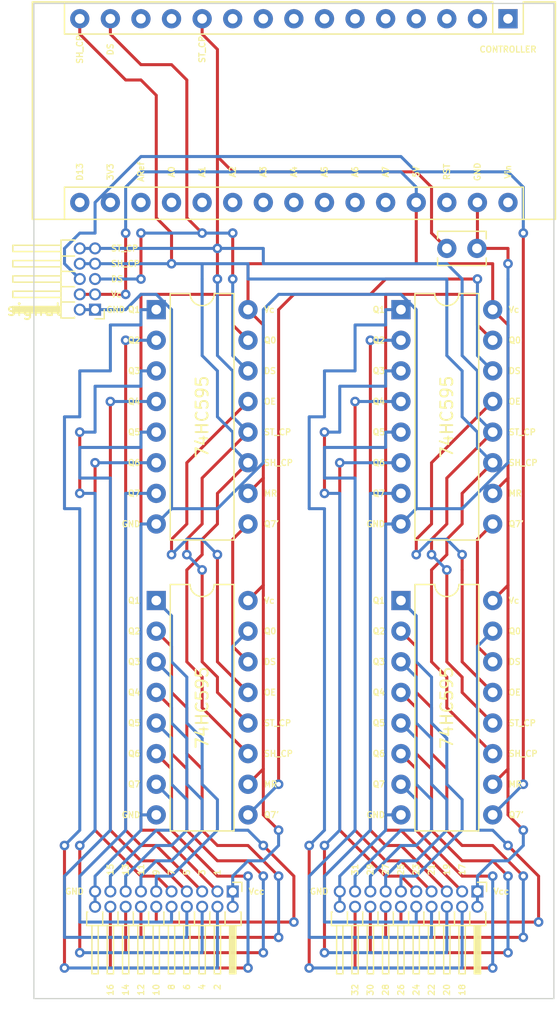
<source format=kicad_pcb>
(kicad_pcb (version 20171130) (host pcbnew "(5.1.5)-3")

  (general
    (thickness 1.6)
    (drawings 127)
    (tracks 601)
    (zones 0)
    (modules 9)
    (nets 1)
  )

  (page A4)
  (layers
    (0 F.Cu signal)
    (31 B.Cu signal)
    (32 B.Adhes user)
    (33 F.Adhes user)
    (34 B.Paste user)
    (35 F.Paste user)
    (36 B.SilkS user)
    (37 F.SilkS user)
    (38 B.Mask user)
    (39 F.Mask user)
    (40 Dwgs.User user)
    (41 Cmts.User user)
    (42 Eco1.User user)
    (43 Eco2.User user)
    (44 Edge.Cuts user)
    (45 Margin user)
    (46 B.CrtYd user)
    (47 F.CrtYd user)
    (48 B.Fab user)
    (49 F.Fab user)
  )

  (setup
    (last_trace_width 0.254)
    (trace_clearance 0.254)
    (zone_clearance 0.508)
    (zone_45_only no)
    (trace_min 0.254)
    (via_size 0.8)
    (via_drill 0.4)
    (via_min_size 0.125)
    (via_min_drill 0.3)
    (uvia_size 0.3)
    (uvia_drill 0.1)
    (uvias_allowed no)
    (uvia_min_size 0.125)
    (uvia_min_drill 0.1)
    (edge_width 0.05)
    (segment_width 0.254)
    (pcb_text_width 0.3)
    (pcb_text_size 1.5 1.5)
    (mod_edge_width 0.12)
    (mod_text_size 1 1)
    (mod_text_width 0.15)
    (pad_size 1.524 1.524)
    (pad_drill 0.762)
    (pad_to_mask_clearance 0.051)
    (solder_mask_min_width 0.25)
    (aux_axis_origin 0 0)
    (visible_elements 7FFFFFFF)
    (pcbplotparams
      (layerselection 0x010f0_ffffffff)
      (usegerberextensions true)
      (usegerberattributes false)
      (usegerberadvancedattributes false)
      (creategerberjobfile false)
      (excludeedgelayer true)
      (linewidth 0.100000)
      (plotframeref false)
      (viasonmask false)
      (mode 1)
      (useauxorigin false)
      (hpglpennumber 1)
      (hpglpenspeed 20)
      (hpglpendiameter 15.000000)
      (psnegative false)
      (psa4output false)
      (plotreference true)
      (plotvalue true)
      (plotinvisibletext false)
      (padsonsilk false)
      (subtractmaskfromsilk true)
      (outputformat 1)
      (mirror false)
      (drillshape 0)
      (scaleselection 1)
      (outputdirectory "Gerber/"))
  )

  (net 0 "")

  (net_class Default "This is the default net class."
    (clearance 0.254)
    (trace_width 0.254)
    (via_dia 0.8)
    (via_drill 0.4)
    (uvia_dia 0.3)
    (uvia_drill 0.1)
    (diff_pair_width 0.254)
    (diff_pair_gap 0.25)
  )

  (module Capacitor_THT:C_Disc_D3.8mm_W2.6mm_P2.50mm (layer F.Cu) (tedit 5AE50EF0) (tstamp 5DF82AAF)
    (at 142.24 49.53)
    (descr "C, Disc series, Radial, pin pitch=2.50mm, , diameter*width=3.8*2.6mm^2, Capacitor, http://www.vishay.com/docs/45233/krseries.pdf")
    (tags "C Disc series Radial pin pitch 2.50mm  diameter 3.8mm width 2.6mm Capacitor")
    (fp_text reference " " (at 0 0) (layer F.SilkS)
      (effects (font (size 1 1) (thickness 0.15)))
    )
    (fp_text value " " (at 0 0 270) (layer F.Fab)
      (effects (font (size 1 1) (thickness 0.15)))
    )
    (fp_text user %R (at -0.04 0) (layer F.Fab)
      (effects (font (size 0.76 0.76) (thickness 0.114)))
    )
    (fp_line (start 3.55 -1.55) (end -1.05 -1.55) (layer F.CrtYd) (width 0.05))
    (fp_line (start 3.55 1.55) (end 3.55 -1.55) (layer F.CrtYd) (width 0.05))
    (fp_line (start -1.05 1.55) (end 3.55 1.55) (layer F.CrtYd) (width 0.05))
    (fp_line (start -1.05 -1.55) (end -1.05 1.55) (layer F.CrtYd) (width 0.05))
    (fp_line (start 3.27 0.795) (end 3.27 1.42) (layer F.SilkS) (width 0.12))
    (fp_line (start 3.27 -1.42) (end 3.27 -0.795) (layer F.SilkS) (width 0.12))
    (fp_line (start -0.77 0.795) (end -0.77 1.42) (layer F.SilkS) (width 0.12))
    (fp_line (start -0.77 -1.42) (end -0.77 -0.795) (layer F.SilkS) (width 0.12))
    (fp_line (start -0.77 1.42) (end 3.27 1.42) (layer F.SilkS) (width 0.12))
    (fp_line (start -0.77 -1.42) (end 3.27 -1.42) (layer F.SilkS) (width 0.12))
    (fp_line (start 3.15 -1.3) (end -0.65 -1.3) (layer F.Fab) (width 0.1))
    (fp_line (start 3.15 1.3) (end 3.15 -1.3) (layer F.Fab) (width 0.1))
    (fp_line (start -0.65 1.3) (end 3.15 1.3) (layer F.Fab) (width 0.1))
    (fp_line (start -0.65 -1.3) (end -0.65 1.3) (layer F.Fab) (width 0.1))
    (pad 2 thru_hole circle (at 2.5 0) (size 1.6 1.6) (drill 0.8) (layers *.Cu *.Mask))
    (pad 1 thru_hole circle (at 0 0) (size 1.6 1.6) (drill 0.8) (layers *.Cu *.Mask))
    (model ${KISYS3DMOD}/Capacitor_THT.3dshapes/C_Disc_D3.8mm_W2.6mm_P2.50mm.wrl
      (at (xyz 0 0 0))
      (scale (xyz 1 1 1))
      (rotate (xyz 0 0 0))
    )
  )

  (module Connector_PinHeader_1.27mm:PinHeader_2x05_P1.27mm_Horizontal (layer F.Cu) (tedit 59FED6E3) (tstamp 5DF7E789)
    (at 113.03 54.61 180)
    (descr "Through hole angled pin header, 2x05, 1.27mm pitch, 4.0mm pin length, double rows")
    (tags "Through hole angled pin header THT 2x05 1.27mm double row")
    (fp_text reference signal (at 5.08 0) (layer F.SilkS)
      (effects (font (size 1 1) (thickness 0.15)))
    )
    (fp_text value " " (at -0.2 0.2) (layer F.Fab)
      (effects (font (size 1 1) (thickness 0.15)))
    )
    (fp_text user " " (at 2.27 2.54 90) (layer F.Fab)
      (effects (font (size 0.6 0.6) (thickness 0.09)))
    )
    (fp_line (start 7.3 -1.15) (end -1.15 -1.15) (layer F.CrtYd) (width 0.05))
    (fp_line (start 7.3 6.25) (end 7.3 -1.15) (layer F.CrtYd) (width 0.05))
    (fp_line (start -1.15 6.25) (end 7.3 6.25) (layer F.CrtYd) (width 0.05))
    (fp_line (start -1.15 -1.15) (end -1.15 6.25) (layer F.CrtYd) (width 0.05))
    (fp_line (start -0.76 -0.76) (end 0 -0.76) (layer F.SilkS) (width 0.12))
    (fp_line (start -0.76 0) (end -0.76 -0.76) (layer F.SilkS) (width 0.12))
    (fp_line (start 6.83 5.34) (end 2.83 5.34) (layer F.SilkS) (width 0.12))
    (fp_line (start 6.83 4.82) (end 6.83 5.34) (layer F.SilkS) (width 0.12))
    (fp_line (start 2.83 4.82) (end 6.83 4.82) (layer F.SilkS) (width 0.12))
    (fp_line (start 1.71 4.429677) (end 1.71 4.460323) (layer F.SilkS) (width 0.12))
    (fp_line (start 1.71 4.445) (end 2.83 4.445) (layer F.SilkS) (width 0.12))
    (fp_line (start 6.83 4.07) (end 2.83 4.07) (layer F.SilkS) (width 0.12))
    (fp_line (start 6.83 3.55) (end 6.83 4.07) (layer F.SilkS) (width 0.12))
    (fp_line (start 2.83 3.55) (end 6.83 3.55) (layer F.SilkS) (width 0.12))
    (fp_line (start 1.71 3.159677) (end 1.71 3.190323) (layer F.SilkS) (width 0.12))
    (fp_line (start 1.71 3.175) (end 2.83 3.175) (layer F.SilkS) (width 0.12))
    (fp_line (start 6.83 2.8) (end 2.83 2.8) (layer F.SilkS) (width 0.12))
    (fp_line (start 6.83 2.28) (end 6.83 2.8) (layer F.SilkS) (width 0.12))
    (fp_line (start 2.83 2.28) (end 6.83 2.28) (layer F.SilkS) (width 0.12))
    (fp_line (start 1.71 1.889677) (end 1.71 1.920323) (layer F.SilkS) (width 0.12))
    (fp_line (start 1.71 1.905) (end 2.83 1.905) (layer F.SilkS) (width 0.12))
    (fp_line (start 6.83 1.53) (end 2.83 1.53) (layer F.SilkS) (width 0.12))
    (fp_line (start 6.83 1.01) (end 6.83 1.53) (layer F.SilkS) (width 0.12))
    (fp_line (start 2.83 1.01) (end 6.83 1.01) (layer F.SilkS) (width 0.12))
    (fp_line (start 1.71 0.619677) (end 1.71 0.650323) (layer F.SilkS) (width 0.12))
    (fp_line (start 1.71 0.635) (end 2.83 0.635) (layer F.SilkS) (width 0.12))
    (fp_line (start 2.83 0.16) (end 6.83 0.16) (layer F.SilkS) (width 0.12))
    (fp_line (start 2.83 0.04) (end 6.83 0.04) (layer F.SilkS) (width 0.12))
    (fp_line (start 2.83 -0.08) (end 6.83 -0.08) (layer F.SilkS) (width 0.12))
    (fp_line (start 2.83 -0.2) (end 6.83 -0.2) (layer F.SilkS) (width 0.12))
    (fp_line (start 6.83 0.26) (end 2.83 0.26) (layer F.SilkS) (width 0.12))
    (fp_line (start 6.83 -0.26) (end 6.83 0.26) (layer F.SilkS) (width 0.12))
    (fp_line (start 2.83 -0.26) (end 6.83 -0.26) (layer F.SilkS) (width 0.12))
    (fp_line (start 1.71 5.775) (end 1.71 5.699677) (layer F.SilkS) (width 0.12))
    (fp_line (start 2.83 5.775) (end 1.71 5.775) (layer F.SilkS) (width 0.12))
    (fp_line (start 2.83 -0.695) (end 2.83 5.775) (layer F.SilkS) (width 0.12))
    (fp_line (start 1.71 -0.695) (end 2.83 -0.695) (layer F.SilkS) (width 0.12))
    (fp_line (start 1.71 -0.619677) (end 1.71 -0.695) (layer F.SilkS) (width 0.12))
    (fp_line (start 2.77 5.28) (end 6.77 5.28) (layer F.Fab) (width 0.1))
    (fp_line (start 6.77 4.88) (end 6.77 5.28) (layer F.Fab) (width 0.1))
    (fp_line (start 2.77 4.88) (end 6.77 4.88) (layer F.Fab) (width 0.1))
    (fp_line (start -0.2 5.28) (end 1.77 5.28) (layer F.Fab) (width 0.1))
    (fp_line (start -0.2 4.88) (end -0.2 5.28) (layer F.Fab) (width 0.1))
    (fp_line (start -0.2 4.88) (end 1.77 4.88) (layer F.Fab) (width 0.1))
    (fp_line (start 2.77 4.01) (end 6.77 4.01) (layer F.Fab) (width 0.1))
    (fp_line (start 6.77 3.61) (end 6.77 4.01) (layer F.Fab) (width 0.1))
    (fp_line (start 2.77 3.61) (end 6.77 3.61) (layer F.Fab) (width 0.1))
    (fp_line (start -0.2 4.01) (end 1.77 4.01) (layer F.Fab) (width 0.1))
    (fp_line (start -0.2 3.61) (end -0.2 4.01) (layer F.Fab) (width 0.1))
    (fp_line (start -0.2 3.61) (end 1.77 3.61) (layer F.Fab) (width 0.1))
    (fp_line (start 2.77 2.74) (end 6.77 2.74) (layer F.Fab) (width 0.1))
    (fp_line (start 6.77 2.34) (end 6.77 2.74) (layer F.Fab) (width 0.1))
    (fp_line (start 2.77 2.34) (end 6.77 2.34) (layer F.Fab) (width 0.1))
    (fp_line (start -0.2 2.74) (end 1.77 2.74) (layer F.Fab) (width 0.1))
    (fp_line (start -0.2 2.34) (end -0.2 2.74) (layer F.Fab) (width 0.1))
    (fp_line (start -0.2 2.34) (end 1.77 2.34) (layer F.Fab) (width 0.1))
    (fp_line (start 2.77 1.47) (end 6.77 1.47) (layer F.Fab) (width 0.1))
    (fp_line (start 6.77 1.07) (end 6.77 1.47) (layer F.Fab) (width 0.1))
    (fp_line (start 2.77 1.07) (end 6.77 1.07) (layer F.Fab) (width 0.1))
    (fp_line (start -0.2 1.47) (end 1.77 1.47) (layer F.Fab) (width 0.1))
    (fp_line (start -0.2 1.07) (end -0.2 1.47) (layer F.Fab) (width 0.1))
    (fp_line (start -0.2 1.07) (end 1.77 1.07) (layer F.Fab) (width 0.1))
    (fp_line (start 2.77 0.2) (end 6.77 0.2) (layer F.Fab) (width 0.1))
    (fp_line (start 6.77 -0.2) (end 6.77 0.2) (layer F.Fab) (width 0.1))
    (fp_line (start 2.77 -0.2) (end 6.77 -0.2) (layer F.Fab) (width 0.1))
    (fp_line (start -0.2 0.2) (end 1.77 0.2) (layer F.Fab) (width 0.1))
    (fp_line (start -0.2 -0.2) (end -0.2 0.2) (layer F.Fab) (width 0.1))
    (fp_line (start -0.2 -0.2) (end 1.77 -0.2) (layer F.Fab) (width 0.1))
    (fp_line (start 1.77 -0.385) (end 2.02 -0.635) (layer F.Fab) (width 0.1))
    (fp_line (start 1.77 5.715) (end 1.77 -0.385) (layer F.Fab) (width 0.1))
    (fp_line (start 2.77 5.715) (end 1.77 5.715) (layer F.Fab) (width 0.1))
    (fp_line (start 2.77 -0.635) (end 2.77 5.715) (layer F.Fab) (width 0.1))
    (fp_line (start 2.02 -0.635) (end 2.77 -0.635) (layer F.Fab) (width 0.1))
    (pad 10 thru_hole oval (at 1.27 5.08 180) (size 1 1) (drill 0.65) (layers *.Cu *.Mask))
    (pad 9 thru_hole oval (at 0 5.08 180) (size 1 1) (drill 0.65) (layers *.Cu *.Mask))
    (pad 8 thru_hole oval (at 1.27 3.81 180) (size 1 1) (drill 0.65) (layers *.Cu *.Mask))
    (pad 7 thru_hole oval (at 0 3.81 180) (size 1 1) (drill 0.65) (layers *.Cu *.Mask))
    (pad 6 thru_hole oval (at 1.27 2.54 180) (size 1 1) (drill 0.65) (layers *.Cu *.Mask))
    (pad 5 thru_hole oval (at 0 2.54 180) (size 1 1) (drill 0.65) (layers *.Cu *.Mask))
    (pad 4 thru_hole oval (at 1.27 1.27 180) (size 1 1) (drill 0.65) (layers *.Cu *.Mask))
    (pad 3 thru_hole oval (at 0 1.27 180) (size 1 1) (drill 0.65) (layers *.Cu *.Mask))
    (pad 2 thru_hole oval (at 1.27 0 180) (size 1 1) (drill 0.65) (layers *.Cu *.Mask))
    (pad 1 thru_hole rect (at 0 0 180) (size 1 1) (drill 0.65) (layers *.Cu *.Mask))
    (model ${KISYS3DMOD}/Connector_PinHeader_1.27mm.3dshapes/PinHeader_2x05_P1.27mm_Horizontal.wrl
      (at (xyz 0 0 0))
      (scale (xyz 1 1 1))
      (rotate (xyz 0 0 0))
    )
  )

  (module Module:Arduino_Nano_WithMountingHoles (layer F.Cu) (tedit 58ACAF99) (tstamp 5DF7E695)
    (at 147.32 30.48 270)
    (descr "Arduino Nano, http://www.mouser.com/pdfdocs/Gravitech_Arduino_Nano3_0.pdf")
    (tags "Arduino Nano")
    (fp_text reference CONTROLLER (at 2.54 0 180) (layer F.SilkS)
      (effects (font (size 0.5 0.5) (thickness 0.1)))
    )
    (fp_text value " " (at 0 -1.27) (layer F.Fab)
      (effects (font (size 1 1) (thickness 0.15)))
    )
    (fp_line (start 16.75 42.16) (end -1.53 42.16) (layer F.CrtYd) (width 0.05))
    (fp_line (start 16.75 42.16) (end 16.75 -4.06) (layer F.CrtYd) (width 0.05))
    (fp_line (start -1.53 -4.06) (end -1.53 42.16) (layer F.CrtYd) (width 0.05))
    (fp_line (start -1.53 -4.06) (end 16.75 -4.06) (layer F.CrtYd) (width 0.05))
    (fp_line (start 16.51 -3.81) (end 16.51 39.37) (layer F.Fab) (width 0.1))
    (fp_line (start 0 -3.81) (end 16.51 -3.81) (layer F.Fab) (width 0.1))
    (fp_line (start -1.27 -2.54) (end 0 -3.81) (layer F.Fab) (width 0.1))
    (fp_line (start -1.27 39.37) (end -1.27 -2.54) (layer F.Fab) (width 0.1))
    (fp_line (start 16.51 39.37) (end -1.27 39.37) (layer F.Fab) (width 0.1))
    (fp_line (start 16.64 -3.94) (end -1.4 -3.94) (layer F.SilkS) (width 0.12))
    (fp_line (start 16.64 39.5) (end 16.64 -3.94) (layer F.SilkS) (width 0.12))
    (fp_line (start -1.4 39.5) (end 16.64 39.5) (layer F.SilkS) (width 0.12))
    (fp_line (start 3.81 41.91) (end 3.81 31.75) (layer F.Fab) (width 0.1))
    (fp_line (start 11.43 41.91) (end 3.81 41.91) (layer F.Fab) (width 0.1))
    (fp_line (start 11.43 31.75) (end 11.43 41.91) (layer F.Fab) (width 0.1))
    (fp_line (start 3.81 31.75) (end 11.43 31.75) (layer F.Fab) (width 0.1))
    (fp_line (start 1.27 36.83) (end -1.4 36.83) (layer F.SilkS) (width 0.12))
    (fp_line (start 1.27 1.27) (end 1.27 36.83) (layer F.SilkS) (width 0.12))
    (fp_line (start 1.27 1.27) (end -1.4 1.27) (layer F.SilkS) (width 0.12))
    (fp_line (start 13.97 36.83) (end 16.64 36.83) (layer F.SilkS) (width 0.12))
    (fp_line (start 13.97 -1.27) (end 13.97 36.83) (layer F.SilkS) (width 0.12))
    (fp_line (start 13.97 -1.27) (end 16.64 -1.27) (layer F.SilkS) (width 0.12))
    (fp_line (start -1.4 -3.94) (end -1.4 -1.27) (layer F.SilkS) (width 0.12))
    (fp_line (start -1.4 1.27) (end -1.4 39.5) (layer F.SilkS) (width 0.12))
    (fp_line (start 1.27 -1.27) (end -1.4 -1.27) (layer F.SilkS) (width 0.12))
    (fp_line (start 1.27 1.27) (end 1.27 -1.27) (layer F.SilkS) (width 0.12))
    (fp_text user " " (at 0 0) (layer F.Fab)
      (effects (font (size 1 1) (thickness 0.15)))
    )
    (pad "" np_thru_hole circle (at 0 38.1 270) (size 1.78 1.78) (drill 1.78) (layers *.Cu *.Mask))
    (pad "" np_thru_hole circle (at 15.24 38.1 270) (size 1.78 1.78) (drill 1.78) (layers *.Cu *.Mask))
    (pad "" np_thru_hole circle (at 15.24 -2.54 270) (size 1.78 1.78) (drill 1.78) (layers *.Cu *.Mask))
    (pad "" np_thru_hole circle (at 0 -2.54 270) (size 1.78 1.78) (drill 1.78) (layers *.Cu *.Mask))
    (pad 16 thru_hole oval (at 15.24 35.56 270) (size 1.6 1.6) (drill 0.8) (layers *.Cu *.Mask))
    (pad 15 thru_hole oval (at 0 35.56 270) (size 1.6 1.6) (drill 0.8) (layers *.Cu *.Mask))
    (pad 30 thru_hole oval (at 15.24 0 270) (size 1.6 1.6) (drill 0.8) (layers *.Cu *.Mask))
    (pad 14 thru_hole oval (at 0 33.02 270) (size 1.6 1.6) (drill 0.8) (layers *.Cu *.Mask))
    (pad 29 thru_hole oval (at 15.24 2.54 270) (size 1.6 1.6) (drill 0.8) (layers *.Cu *.Mask))
    (pad 13 thru_hole oval (at 0 30.48 270) (size 1.6 1.6) (drill 0.8) (layers *.Cu *.Mask))
    (pad 28 thru_hole oval (at 15.24 5.08 270) (size 1.6 1.6) (drill 0.8) (layers *.Cu *.Mask))
    (pad 12 thru_hole oval (at 0 27.94 270) (size 1.6 1.6) (drill 0.8) (layers *.Cu *.Mask))
    (pad 27 thru_hole oval (at 15.24 7.62 270) (size 1.6 1.6) (drill 0.8) (layers *.Cu *.Mask))
    (pad 11 thru_hole oval (at 0 25.4 270) (size 1.6 1.6) (drill 0.8) (layers *.Cu *.Mask))
    (pad 26 thru_hole oval (at 15.24 10.16 270) (size 1.6 1.6) (drill 0.8) (layers *.Cu *.Mask))
    (pad 10 thru_hole oval (at 0 22.86 270) (size 1.6 1.6) (drill 0.8) (layers *.Cu *.Mask))
    (pad 25 thru_hole oval (at 15.24 12.7 270) (size 1.6 1.6) (drill 0.8) (layers *.Cu *.Mask))
    (pad 9 thru_hole oval (at 0 20.32 270) (size 1.6 1.6) (drill 0.8) (layers *.Cu *.Mask))
    (pad 24 thru_hole oval (at 15.24 15.24 270) (size 1.6 1.6) (drill 0.8) (layers *.Cu *.Mask))
    (pad 8 thru_hole oval (at 0 17.78 270) (size 1.6 1.6) (drill 0.8) (layers *.Cu *.Mask))
    (pad 23 thru_hole oval (at 15.24 17.78 270) (size 1.6 1.6) (drill 0.8) (layers *.Cu *.Mask))
    (pad 7 thru_hole oval (at 0 15.24 270) (size 1.6 1.6) (drill 0.8) (layers *.Cu *.Mask))
    (pad 22 thru_hole oval (at 15.24 20.32 270) (size 1.6 1.6) (drill 0.8) (layers *.Cu *.Mask))
    (pad 6 thru_hole oval (at 0 12.7 270) (size 1.6 1.6) (drill 0.8) (layers *.Cu *.Mask))
    (pad 21 thru_hole oval (at 15.24 22.86 270) (size 1.6 1.6) (drill 0.8) (layers *.Cu *.Mask))
    (pad 5 thru_hole oval (at 0 10.16 270) (size 1.6 1.6) (drill 0.8) (layers *.Cu *.Mask))
    (pad 20 thru_hole oval (at 15.24 25.4 270) (size 1.6 1.6) (drill 0.8) (layers *.Cu *.Mask))
    (pad 4 thru_hole oval (at 0 7.62 270) (size 1.6 1.6) (drill 0.8) (layers *.Cu *.Mask))
    (pad 19 thru_hole oval (at 15.24 27.94 270) (size 1.6 1.6) (drill 0.8) (layers *.Cu *.Mask))
    (pad 3 thru_hole oval (at 0 5.08 270) (size 1.6 1.6) (drill 0.8) (layers *.Cu *.Mask))
    (pad 18 thru_hole oval (at 15.24 30.48 270) (size 1.6 1.6) (drill 0.8) (layers *.Cu *.Mask))
    (pad 2 thru_hole oval (at 0 2.54 270) (size 1.6 1.6) (drill 0.8) (layers *.Cu *.Mask))
    (pad 17 thru_hole oval (at 15.24 33.02 270) (size 1.6 1.6) (drill 0.8) (layers *.Cu *.Mask))
    (pad 1 thru_hole rect (at 0 0 270) (size 1.6 1.6) (drill 0.8) (layers *.Cu *.Mask))
    (model ${KISYS3DMOD}/Module.3dshapes/Arduino_Nano_WithMountingHoles.wrl
      (at (xyz 0 0 0))
      (scale (xyz 1 1 1))
      (rotate (xyz 0 0 0))
    )
  )

  (module Connector_PinHeader_1.27mm:PinHeader_2x10_P1.27mm_Horizontal (layer F.Cu) (tedit 59FED6E3) (tstamp 5DF7DEBA)
    (at 144.78 102.87 270)
    (descr "Through hole angled pin header, 2x10, 1.27mm pitch, 4.0mm pin length, double rows")
    (tags "Through hole angled pin header THT 2x10 1.27mm double row")
    (fp_text reference " " (at 2.54 -2.54 90) (layer F.SilkS)
      (effects (font (size 1 1) (thickness 0.15)))
    )
    (fp_text value 2x10_P1.27mm (at 10.16 6.35) (layer F.Fab)
      (effects (font (size 1 1) (thickness 0.15)))
    )
    (fp_line (start 2.02 -0.635) (end 2.77 -0.635) (layer F.Fab) (width 0.1))
    (fp_line (start 2.77 -0.635) (end 2.77 12.065) (layer F.Fab) (width 0.1))
    (fp_line (start 2.77 12.065) (end 1.77 12.065) (layer F.Fab) (width 0.1))
    (fp_line (start 1.77 12.065) (end 1.77 -0.385) (layer F.Fab) (width 0.1))
    (fp_line (start 1.77 -0.385) (end 2.02 -0.635) (layer F.Fab) (width 0.1))
    (fp_line (start -0.2 -0.2) (end 1.77 -0.2) (layer F.Fab) (width 0.1))
    (fp_line (start -0.2 -0.2) (end -0.2 0.2) (layer F.Fab) (width 0.1))
    (fp_line (start -0.2 0.2) (end 1.77 0.2) (layer F.Fab) (width 0.1))
    (fp_line (start 2.77 -0.2) (end 6.77 -0.2) (layer F.Fab) (width 0.1))
    (fp_line (start 6.77 -0.2) (end 6.77 0.2) (layer F.Fab) (width 0.1))
    (fp_line (start 2.77 0.2) (end 6.77 0.2) (layer F.Fab) (width 0.1))
    (fp_line (start -0.2 1.07) (end 1.77 1.07) (layer F.Fab) (width 0.1))
    (fp_line (start -0.2 1.07) (end -0.2 1.47) (layer F.Fab) (width 0.1))
    (fp_line (start -0.2 1.47) (end 1.77 1.47) (layer F.Fab) (width 0.1))
    (fp_line (start 2.77 1.07) (end 6.77 1.07) (layer F.Fab) (width 0.1))
    (fp_line (start 6.77 1.07) (end 6.77 1.47) (layer F.Fab) (width 0.1))
    (fp_line (start 2.77 1.47) (end 6.77 1.47) (layer F.Fab) (width 0.1))
    (fp_line (start -0.2 2.34) (end 1.77 2.34) (layer F.Fab) (width 0.1))
    (fp_line (start -0.2 2.34) (end -0.2 2.74) (layer F.Fab) (width 0.1))
    (fp_line (start -0.2 2.74) (end 1.77 2.74) (layer F.Fab) (width 0.1))
    (fp_line (start 2.77 2.34) (end 6.77 2.34) (layer F.Fab) (width 0.1))
    (fp_line (start 6.77 2.34) (end 6.77 2.74) (layer F.Fab) (width 0.1))
    (fp_line (start 2.77 2.74) (end 6.77 2.74) (layer F.Fab) (width 0.1))
    (fp_line (start -0.2 3.61) (end 1.77 3.61) (layer F.Fab) (width 0.1))
    (fp_line (start -0.2 3.61) (end -0.2 4.01) (layer F.Fab) (width 0.1))
    (fp_line (start -0.2 4.01) (end 1.77 4.01) (layer F.Fab) (width 0.1))
    (fp_line (start 2.77 3.61) (end 6.77 3.61) (layer F.Fab) (width 0.1))
    (fp_line (start 6.77 3.61) (end 6.77 4.01) (layer F.Fab) (width 0.1))
    (fp_line (start 2.77 4.01) (end 6.77 4.01) (layer F.Fab) (width 0.1))
    (fp_line (start -0.2 4.88) (end 1.77 4.88) (layer F.Fab) (width 0.1))
    (fp_line (start -0.2 4.88) (end -0.2 5.28) (layer F.Fab) (width 0.1))
    (fp_line (start -0.2 5.28) (end 1.77 5.28) (layer F.Fab) (width 0.1))
    (fp_line (start 2.77 4.88) (end 6.77 4.88) (layer F.Fab) (width 0.1))
    (fp_line (start 6.77 4.88) (end 6.77 5.28) (layer F.Fab) (width 0.1))
    (fp_line (start 2.77 5.28) (end 6.77 5.28) (layer F.Fab) (width 0.1))
    (fp_line (start -0.2 6.15) (end 1.77 6.15) (layer F.Fab) (width 0.1))
    (fp_line (start -0.2 6.15) (end -0.2 6.55) (layer F.Fab) (width 0.1))
    (fp_line (start -0.2 6.55) (end 1.77 6.55) (layer F.Fab) (width 0.1))
    (fp_line (start 2.77 6.15) (end 6.77 6.15) (layer F.Fab) (width 0.1))
    (fp_line (start 6.77 6.15) (end 6.77 6.55) (layer F.Fab) (width 0.1))
    (fp_line (start 2.77 6.55) (end 6.77 6.55) (layer F.Fab) (width 0.1))
    (fp_line (start -0.2 7.42) (end 1.77 7.42) (layer F.Fab) (width 0.1))
    (fp_line (start -0.2 7.42) (end -0.2 7.82) (layer F.Fab) (width 0.1))
    (fp_line (start -0.2 7.82) (end 1.77 7.82) (layer F.Fab) (width 0.1))
    (fp_line (start 2.77 7.42) (end 6.77 7.42) (layer F.Fab) (width 0.1))
    (fp_line (start 6.77 7.42) (end 6.77 7.82) (layer F.Fab) (width 0.1))
    (fp_line (start 2.77 7.82) (end 6.77 7.82) (layer F.Fab) (width 0.1))
    (fp_line (start -0.2 8.69) (end 1.77 8.69) (layer F.Fab) (width 0.1))
    (fp_line (start -0.2 8.69) (end -0.2 9.09) (layer F.Fab) (width 0.1))
    (fp_line (start -0.2 9.09) (end 1.77 9.09) (layer F.Fab) (width 0.1))
    (fp_line (start 2.77 8.69) (end 6.77 8.69) (layer F.Fab) (width 0.1))
    (fp_line (start 6.77 8.69) (end 6.77 9.09) (layer F.Fab) (width 0.1))
    (fp_line (start 2.77 9.09) (end 6.77 9.09) (layer F.Fab) (width 0.1))
    (fp_line (start -0.2 9.96) (end 1.77 9.96) (layer F.Fab) (width 0.1))
    (fp_line (start -0.2 9.96) (end -0.2 10.36) (layer F.Fab) (width 0.1))
    (fp_line (start -0.2 10.36) (end 1.77 10.36) (layer F.Fab) (width 0.1))
    (fp_line (start 2.77 9.96) (end 6.77 9.96) (layer F.Fab) (width 0.1))
    (fp_line (start 6.77 9.96) (end 6.77 10.36) (layer F.Fab) (width 0.1))
    (fp_line (start 2.77 10.36) (end 6.77 10.36) (layer F.Fab) (width 0.1))
    (fp_line (start -0.2 11.23) (end 1.77 11.23) (layer F.Fab) (width 0.1))
    (fp_line (start -0.2 11.23) (end -0.2 11.63) (layer F.Fab) (width 0.1))
    (fp_line (start -0.2 11.63) (end 1.77 11.63) (layer F.Fab) (width 0.1))
    (fp_line (start 2.77 11.23) (end 6.77 11.23) (layer F.Fab) (width 0.1))
    (fp_line (start 6.77 11.23) (end 6.77 11.63) (layer F.Fab) (width 0.1))
    (fp_line (start 2.77 11.63) (end 6.77 11.63) (layer F.Fab) (width 0.1))
    (fp_line (start 1.71 -0.619677) (end 1.71 -0.695) (layer F.SilkS) (width 0.12))
    (fp_line (start 1.71 -0.695) (end 2.83 -0.695) (layer F.SilkS) (width 0.12))
    (fp_line (start 2.83 -0.695) (end 2.83 12.125) (layer F.SilkS) (width 0.12))
    (fp_line (start 2.83 12.125) (end 1.71 12.125) (layer F.SilkS) (width 0.12))
    (fp_line (start 1.71 12.125) (end 1.71 12.049677) (layer F.SilkS) (width 0.12))
    (fp_line (start 2.83 -0.26) (end 6.83 -0.26) (layer F.SilkS) (width 0.12))
    (fp_line (start 6.83 -0.26) (end 6.83 0.26) (layer F.SilkS) (width 0.12))
    (fp_line (start 6.83 0.26) (end 2.83 0.26) (layer F.SilkS) (width 0.12))
    (fp_line (start 2.83 -0.2) (end 6.83 -0.2) (layer F.SilkS) (width 0.12))
    (fp_line (start 2.83 -0.08) (end 6.83 -0.08) (layer F.SilkS) (width 0.12))
    (fp_line (start 2.83 0.04) (end 6.83 0.04) (layer F.SilkS) (width 0.12))
    (fp_line (start 2.83 0.16) (end 6.83 0.16) (layer F.SilkS) (width 0.12))
    (fp_line (start 1.71 0.635) (end 2.83 0.635) (layer F.SilkS) (width 0.12))
    (fp_line (start 1.71 0.619677) (end 1.71 0.650323) (layer F.SilkS) (width 0.12))
    (fp_line (start 2.83 1.01) (end 6.83 1.01) (layer F.SilkS) (width 0.12))
    (fp_line (start 6.83 1.01) (end 6.83 1.53) (layer F.SilkS) (width 0.12))
    (fp_line (start 6.83 1.53) (end 2.83 1.53) (layer F.SilkS) (width 0.12))
    (fp_line (start 1.71 1.905) (end 2.83 1.905) (layer F.SilkS) (width 0.12))
    (fp_line (start 1.71 1.889677) (end 1.71 1.920323) (layer F.SilkS) (width 0.12))
    (fp_line (start 2.83 2.28) (end 6.83 2.28) (layer F.SilkS) (width 0.12))
    (fp_line (start 6.83 2.28) (end 6.83 2.8) (layer F.SilkS) (width 0.12))
    (fp_line (start 6.83 2.8) (end 2.83 2.8) (layer F.SilkS) (width 0.12))
    (fp_line (start 1.71 3.175) (end 2.83 3.175) (layer F.SilkS) (width 0.12))
    (fp_line (start 1.71 3.159677) (end 1.71 3.190323) (layer F.SilkS) (width 0.12))
    (fp_line (start 2.83 3.55) (end 6.83 3.55) (layer F.SilkS) (width 0.12))
    (fp_line (start 6.83 3.55) (end 6.83 4.07) (layer F.SilkS) (width 0.12))
    (fp_line (start 6.83 4.07) (end 2.83 4.07) (layer F.SilkS) (width 0.12))
    (fp_line (start 1.71 4.445) (end 2.83 4.445) (layer F.SilkS) (width 0.12))
    (fp_line (start 1.71 4.429677) (end 1.71 4.460323) (layer F.SilkS) (width 0.12))
    (fp_line (start 2.83 4.82) (end 6.83 4.82) (layer F.SilkS) (width 0.12))
    (fp_line (start 6.83 4.82) (end 6.83 5.34) (layer F.SilkS) (width 0.12))
    (fp_line (start 6.83 5.34) (end 2.83 5.34) (layer F.SilkS) (width 0.12))
    (fp_line (start 1.71 5.715) (end 2.83 5.715) (layer F.SilkS) (width 0.12))
    (fp_line (start 1.71 5.699677) (end 1.71 5.730323) (layer F.SilkS) (width 0.12))
    (fp_line (start 2.83 6.09) (end 6.83 6.09) (layer F.SilkS) (width 0.12))
    (fp_line (start 6.83 6.09) (end 6.83 6.61) (layer F.SilkS) (width 0.12))
    (fp_line (start 6.83 6.61) (end 2.83 6.61) (layer F.SilkS) (width 0.12))
    (fp_line (start 1.71 6.985) (end 2.83 6.985) (layer F.SilkS) (width 0.12))
    (fp_line (start 1.71 6.969677) (end 1.71 7.000323) (layer F.SilkS) (width 0.12))
    (fp_line (start 2.83 7.36) (end 6.83 7.36) (layer F.SilkS) (width 0.12))
    (fp_line (start 6.83 7.36) (end 6.83 7.88) (layer F.SilkS) (width 0.12))
    (fp_line (start 6.83 7.88) (end 2.83 7.88) (layer F.SilkS) (width 0.12))
    (fp_line (start 1.71 8.255) (end 2.83 8.255) (layer F.SilkS) (width 0.12))
    (fp_line (start 1.71 8.239677) (end 1.71 8.270323) (layer F.SilkS) (width 0.12))
    (fp_line (start 2.83 8.63) (end 6.83 8.63) (layer F.SilkS) (width 0.12))
    (fp_line (start 6.83 8.63) (end 6.83 9.15) (layer F.SilkS) (width 0.12))
    (fp_line (start 6.83 9.15) (end 2.83 9.15) (layer F.SilkS) (width 0.12))
    (fp_line (start 1.71 9.525) (end 2.83 9.525) (layer F.SilkS) (width 0.12))
    (fp_line (start 1.71 9.509677) (end 1.71 9.540323) (layer F.SilkS) (width 0.12))
    (fp_line (start 2.83 9.9) (end 6.83 9.9) (layer F.SilkS) (width 0.12))
    (fp_line (start 6.83 9.9) (end 6.83 10.42) (layer F.SilkS) (width 0.12))
    (fp_line (start 6.83 10.42) (end 2.83 10.42) (layer F.SilkS) (width 0.12))
    (fp_line (start 1.71 10.795) (end 2.83 10.795) (layer F.SilkS) (width 0.12))
    (fp_line (start 1.71 10.779677) (end 1.71 10.810323) (layer F.SilkS) (width 0.12))
    (fp_line (start 2.83 11.17) (end 6.83 11.17) (layer F.SilkS) (width 0.12))
    (fp_line (start 6.83 11.17) (end 6.83 11.69) (layer F.SilkS) (width 0.12))
    (fp_line (start 6.83 11.69) (end 2.83 11.69) (layer F.SilkS) (width 0.12))
    (fp_line (start -0.76 0) (end -0.76 -0.76) (layer F.SilkS) (width 0.12))
    (fp_line (start -0.76 -0.76) (end 0 -0.76) (layer F.SilkS) (width 0.12))
    (fp_line (start -1.15 -1.15) (end -1.15 12.6) (layer F.CrtYd) (width 0.05))
    (fp_line (start -1.15 12.6) (end 7.3 12.6) (layer F.CrtYd) (width 0.05))
    (fp_line (start 7.3 12.6) (end 7.3 -1.15) (layer F.CrtYd) (width 0.05))
    (fp_line (start 7.3 -1.15) (end -1.15 -1.15) (layer F.CrtYd) (width 0.05))
    (fp_text user %R (at 2.27 5.715 180) (layer F.Fab)
      (effects (font (size 0.6 0.6) (thickness 0.09)))
    )
    (pad 1 thru_hole rect (at 0 0 270) (size 1 1) (drill 0.65) (layers *.Cu *.Mask))
    (pad 2 thru_hole oval (at 1.27 0 270) (size 1 1) (drill 0.65) (layers *.Cu *.Mask))
    (pad 3 thru_hole oval (at 0 1.27 270) (size 1 1) (drill 0.65) (layers *.Cu *.Mask))
    (pad 4 thru_hole oval (at 1.27 1.27 270) (size 1 1) (drill 0.65) (layers *.Cu *.Mask))
    (pad 5 thru_hole oval (at 0 2.54 270) (size 1 1) (drill 0.65) (layers *.Cu *.Mask))
    (pad 6 thru_hole oval (at 1.27 2.54 270) (size 1 1) (drill 0.65) (layers *.Cu *.Mask))
    (pad 7 thru_hole oval (at 0 3.81 270) (size 1 1) (drill 0.65) (layers *.Cu *.Mask))
    (pad 8 thru_hole oval (at 1.27 3.81 270) (size 1 1) (drill 0.65) (layers *.Cu *.Mask))
    (pad 9 thru_hole oval (at 0 5.08 270) (size 1 1) (drill 0.65) (layers *.Cu *.Mask))
    (pad 10 thru_hole oval (at 1.27 5.08 270) (size 1 1) (drill 0.65) (layers *.Cu *.Mask))
    (pad 11 thru_hole oval (at 0 6.35 270) (size 1 1) (drill 0.65) (layers *.Cu *.Mask))
    (pad 12 thru_hole oval (at 1.27 6.35 270) (size 1 1) (drill 0.65) (layers *.Cu *.Mask))
    (pad 13 thru_hole oval (at 0 7.62 270) (size 1 1) (drill 0.65) (layers *.Cu *.Mask))
    (pad 14 thru_hole oval (at 1.27 7.62 270) (size 1 1) (drill 0.65) (layers *.Cu *.Mask))
    (pad 15 thru_hole oval (at 0 8.89 270) (size 1 1) (drill 0.65) (layers *.Cu *.Mask))
    (pad 16 thru_hole oval (at 1.27 8.89 270) (size 1 1) (drill 0.65) (layers *.Cu *.Mask))
    (pad 17 thru_hole oval (at 0 10.16 270) (size 1 1) (drill 0.65) (layers *.Cu *.Mask))
    (pad 18 thru_hole oval (at 1.27 10.16 270) (size 1 1) (drill 0.65) (layers *.Cu *.Mask))
    (pad 19 thru_hole oval (at 0 11.43 270) (size 1 1) (drill 0.65) (layers *.Cu *.Mask))
    (pad 20 thru_hole oval (at 1.27 11.43 270) (size 1 1) (drill 0.65) (layers *.Cu *.Mask))
    (model ${KISYS3DMOD}/Connector_PinHeader_1.27mm.3dshapes/PinHeader_2x10_P1.27mm_Horizontal.wrl
      (at (xyz 0 0 0))
      (scale (xyz 1 1 1))
      (rotate (xyz 0 0 0))
    )
  )

  (module Package_DIP:DIP-16_W7.62mm (layer F.Cu) (tedit 5A02E8C5) (tstamp 5DF7DE98)
    (at 138.43 54.61)
    (descr "16-lead though-hole mounted DIP package, row spacing 7.62 mm (300 mils)")
    (tags "THT DIP DIL PDIP 2.54mm 7.62mm 300mil")
    (fp_text reference 74HC595 (at 3.81 8.89 90) (layer F.SilkS)
      (effects (font (size 1 1) (thickness 0.15)))
    )
    (fp_text value " " (at 0 0) (layer F.Fab)
      (effects (font (size 1 1) (thickness 0.15)))
    )
    (fp_arc (start 3.81 -1.33) (end 2.81 -1.33) (angle -180) (layer F.SilkS) (width 0.12))
    (fp_line (start 1.635 -1.27) (end 6.985 -1.27) (layer F.Fab) (width 0.1))
    (fp_line (start 6.985 -1.27) (end 6.985 19.05) (layer F.Fab) (width 0.1))
    (fp_line (start 6.985 19.05) (end 0.635 19.05) (layer F.Fab) (width 0.1))
    (fp_line (start 0.635 19.05) (end 0.635 -0.27) (layer F.Fab) (width 0.1))
    (fp_line (start 0.635 -0.27) (end 1.635 -1.27) (layer F.Fab) (width 0.1))
    (fp_line (start 2.81 -1.33) (end 1.16 -1.33) (layer F.SilkS) (width 0.12))
    (fp_line (start 1.16 -1.33) (end 1.16 19.11) (layer F.SilkS) (width 0.12))
    (fp_line (start 1.16 19.11) (end 6.46 19.11) (layer F.SilkS) (width 0.12))
    (fp_line (start 6.46 19.11) (end 6.46 -1.33) (layer F.SilkS) (width 0.12))
    (fp_line (start 6.46 -1.33) (end 4.81 -1.33) (layer F.SilkS) (width 0.12))
    (fp_line (start -1.1 -1.55) (end -1.1 19.3) (layer F.CrtYd) (width 0.05))
    (fp_line (start -1.1 19.3) (end 8.7 19.3) (layer F.CrtYd) (width 0.05))
    (fp_line (start 8.7 19.3) (end 8.7 -1.55) (layer F.CrtYd) (width 0.05))
    (fp_line (start 8.7 -1.55) (end -1.1 -1.55) (layer F.CrtYd) (width 0.05))
    (pad 1 thru_hole rect (at 0 0) (size 1.6 1.6) (drill 0.8) (layers *.Cu *.Mask))
    (pad 9 thru_hole oval (at 7.62 17.78) (size 1.6 1.6) (drill 0.8) (layers *.Cu *.Mask))
    (pad 2 thru_hole oval (at 0 2.54) (size 1.6 1.6) (drill 0.8) (layers *.Cu *.Mask))
    (pad 10 thru_hole oval (at 7.62 15.24) (size 1.6 1.6) (drill 0.8) (layers *.Cu *.Mask))
    (pad 3 thru_hole oval (at 0 5.08) (size 1.6 1.6) (drill 0.8) (layers *.Cu *.Mask))
    (pad 11 thru_hole oval (at 7.62 12.7) (size 1.6 1.6) (drill 0.8) (layers *.Cu *.Mask))
    (pad 4 thru_hole oval (at 0 7.62) (size 1.6 1.6) (drill 0.8) (layers *.Cu *.Mask))
    (pad 12 thru_hole oval (at 7.62 10.16) (size 1.6 1.6) (drill 0.8) (layers *.Cu *.Mask))
    (pad 5 thru_hole oval (at 0 10.16) (size 1.6 1.6) (drill 0.8) (layers *.Cu *.Mask))
    (pad 13 thru_hole oval (at 7.62 7.62) (size 1.6 1.6) (drill 0.8) (layers *.Cu *.Mask))
    (pad 6 thru_hole oval (at 0 12.7) (size 1.6 1.6) (drill 0.8) (layers *.Cu *.Mask))
    (pad 14 thru_hole oval (at 7.62 5.08) (size 1.6 1.6) (drill 0.8) (layers *.Cu *.Mask))
    (pad 7 thru_hole oval (at 0 15.24) (size 1.6 1.6) (drill 0.8) (layers *.Cu *.Mask))
    (pad 15 thru_hole oval (at 7.62 2.54) (size 1.6 1.6) (drill 0.8) (layers *.Cu *.Mask))
    (pad 8 thru_hole oval (at 0 17.78) (size 1.6 1.6) (drill 0.8) (layers *.Cu *.Mask))
    (pad 16 thru_hole oval (at 7.62 0) (size 1.6 1.6) (drill 0.8) (layers *.Cu *.Mask))
    (model ${KISYS3DMOD}/Package_DIP.3dshapes/DIP-16_W7.62mm.wrl
      (at (xyz 0 0 0))
      (scale (xyz 1 1 1))
      (rotate (xyz 0 0 0))
    )
  )

  (module Package_DIP:DIP-16_W7.62mm (layer F.Cu) (tedit 5A02E8C5) (tstamp 5DF7DE62)
    (at 138.43 78.74)
    (descr "16-lead though-hole mounted DIP package, row spacing 7.62 mm (300 mils)")
    (tags "THT DIP DIL PDIP 2.54mm 7.62mm 300mil")
    (fp_text reference 74HC595 (at 3.81 8.89 90) (layer F.SilkS)
      (effects (font (size 1 1) (thickness 0.15)))
    )
    (fp_text value " " (at 0 0) (layer F.Fab)
      (effects (font (size 1 1) (thickness 0.15)))
    )
    (fp_line (start 8.7 -1.55) (end -1.1 -1.55) (layer F.CrtYd) (width 0.05))
    (fp_line (start 8.7 19.3) (end 8.7 -1.55) (layer F.CrtYd) (width 0.05))
    (fp_line (start -1.1 19.3) (end 8.7 19.3) (layer F.CrtYd) (width 0.05))
    (fp_line (start -1.1 -1.55) (end -1.1 19.3) (layer F.CrtYd) (width 0.05))
    (fp_line (start 6.46 -1.33) (end 4.81 -1.33) (layer F.SilkS) (width 0.12))
    (fp_line (start 6.46 19.11) (end 6.46 -1.33) (layer F.SilkS) (width 0.12))
    (fp_line (start 1.16 19.11) (end 6.46 19.11) (layer F.SilkS) (width 0.12))
    (fp_line (start 1.16 -1.33) (end 1.16 19.11) (layer F.SilkS) (width 0.12))
    (fp_line (start 2.81 -1.33) (end 1.16 -1.33) (layer F.SilkS) (width 0.12))
    (fp_line (start 0.635 -0.27) (end 1.635 -1.27) (layer F.Fab) (width 0.1))
    (fp_line (start 0.635 19.05) (end 0.635 -0.27) (layer F.Fab) (width 0.1))
    (fp_line (start 6.985 19.05) (end 0.635 19.05) (layer F.Fab) (width 0.1))
    (fp_line (start 6.985 -1.27) (end 6.985 19.05) (layer F.Fab) (width 0.1))
    (fp_line (start 1.635 -1.27) (end 6.985 -1.27) (layer F.Fab) (width 0.1))
    (fp_arc (start 3.81 -1.33) (end 2.81 -1.33) (angle -180) (layer F.SilkS) (width 0.12))
    (pad 16 thru_hole oval (at 7.62 0) (size 1.6 1.6) (drill 0.8) (layers *.Cu *.Mask))
    (pad 8 thru_hole oval (at 0 17.78) (size 1.6 1.6) (drill 0.8) (layers *.Cu *.Mask))
    (pad 15 thru_hole oval (at 7.62 2.54) (size 1.6 1.6) (drill 0.8) (layers *.Cu *.Mask))
    (pad 7 thru_hole oval (at 0 15.24) (size 1.6 1.6) (drill 0.8) (layers *.Cu *.Mask))
    (pad 14 thru_hole oval (at 7.62 5.08) (size 1.6 1.6) (drill 0.8) (layers *.Cu *.Mask))
    (pad 6 thru_hole oval (at 0 12.7) (size 1.6 1.6) (drill 0.8) (layers *.Cu *.Mask))
    (pad 13 thru_hole oval (at 7.62 7.62) (size 1.6 1.6) (drill 0.8) (layers *.Cu *.Mask))
    (pad 5 thru_hole oval (at 0 10.16) (size 1.6 1.6) (drill 0.8) (layers *.Cu *.Mask))
    (pad 12 thru_hole oval (at 7.62 10.16) (size 1.6 1.6) (drill 0.8) (layers *.Cu *.Mask))
    (pad 4 thru_hole oval (at 0 7.62) (size 1.6 1.6) (drill 0.8) (layers *.Cu *.Mask))
    (pad 11 thru_hole oval (at 7.62 12.7) (size 1.6 1.6) (drill 0.8) (layers *.Cu *.Mask))
    (pad 3 thru_hole oval (at 0 5.08) (size 1.6 1.6) (drill 0.8) (layers *.Cu *.Mask))
    (pad 10 thru_hole oval (at 7.62 15.24) (size 1.6 1.6) (drill 0.8) (layers *.Cu *.Mask))
    (pad 2 thru_hole oval (at 0 2.54) (size 1.6 1.6) (drill 0.8) (layers *.Cu *.Mask))
    (pad 9 thru_hole oval (at 7.62 17.78) (size 1.6 1.6) (drill 0.8) (layers *.Cu *.Mask))
    (pad 1 thru_hole rect (at 0 0) (size 1.6 1.6) (drill 0.8) (layers *.Cu *.Mask))
    (model ${KISYS3DMOD}/Package_DIP.3dshapes/DIP-16_W7.62mm.wrl
      (at (xyz 0 0 0))
      (scale (xyz 1 1 1))
      (rotate (xyz 0 0 0))
    )
  )

  (module Connector_PinHeader_1.27mm:PinHeader_2x10_P1.27mm_Horizontal (layer F.Cu) (tedit 59FED6E3) (tstamp 5DF7DCD4)
    (at 124.46 102.87 270)
    (descr "Through hole angled pin header, 2x10, 1.27mm pitch, 4.0mm pin length, double rows")
    (tags "Through hole angled pin header THT 2x10 1.27mm double row")
    (fp_text reference " " (at 2.54 -2.54 90) (layer F.SilkS)
      (effects (font (size 1 1) (thickness 0.15)))
    )
    (fp_text value 2x10_P1.27mm (at 10.16 6.35) (layer F.Fab)
      (effects (font (size 1 1) (thickness 0.15)))
    )
    (fp_text user %R (at 2.27 5.715 180) (layer F.Fab)
      (effects (font (size 0.6 0.6) (thickness 0.09)))
    )
    (fp_line (start 7.3 -1.15) (end -1.15 -1.15) (layer F.CrtYd) (width 0.05))
    (fp_line (start 7.3 12.6) (end 7.3 -1.15) (layer F.CrtYd) (width 0.05))
    (fp_line (start -1.15 12.6) (end 7.3 12.6) (layer F.CrtYd) (width 0.05))
    (fp_line (start -1.15 -1.15) (end -1.15 12.6) (layer F.CrtYd) (width 0.05))
    (fp_line (start -0.76 -0.76) (end 0 -0.76) (layer F.SilkS) (width 0.12))
    (fp_line (start -0.76 0) (end -0.76 -0.76) (layer F.SilkS) (width 0.12))
    (fp_line (start 6.83 11.69) (end 2.83 11.69) (layer F.SilkS) (width 0.12))
    (fp_line (start 6.83 11.17) (end 6.83 11.69) (layer F.SilkS) (width 0.12))
    (fp_line (start 2.83 11.17) (end 6.83 11.17) (layer F.SilkS) (width 0.12))
    (fp_line (start 1.71 10.779677) (end 1.71 10.810323) (layer F.SilkS) (width 0.12))
    (fp_line (start 1.71 10.795) (end 2.83 10.795) (layer F.SilkS) (width 0.12))
    (fp_line (start 6.83 10.42) (end 2.83 10.42) (layer F.SilkS) (width 0.12))
    (fp_line (start 6.83 9.9) (end 6.83 10.42) (layer F.SilkS) (width 0.12))
    (fp_line (start 2.83 9.9) (end 6.83 9.9) (layer F.SilkS) (width 0.12))
    (fp_line (start 1.71 9.509677) (end 1.71 9.540323) (layer F.SilkS) (width 0.12))
    (fp_line (start 1.71 9.525) (end 2.83 9.525) (layer F.SilkS) (width 0.12))
    (fp_line (start 6.83 9.15) (end 2.83 9.15) (layer F.SilkS) (width 0.12))
    (fp_line (start 6.83 8.63) (end 6.83 9.15) (layer F.SilkS) (width 0.12))
    (fp_line (start 2.83 8.63) (end 6.83 8.63) (layer F.SilkS) (width 0.12))
    (fp_line (start 1.71 8.239677) (end 1.71 8.270323) (layer F.SilkS) (width 0.12))
    (fp_line (start 1.71 8.255) (end 2.83 8.255) (layer F.SilkS) (width 0.12))
    (fp_line (start 6.83 7.88) (end 2.83 7.88) (layer F.SilkS) (width 0.12))
    (fp_line (start 6.83 7.36) (end 6.83 7.88) (layer F.SilkS) (width 0.12))
    (fp_line (start 2.83 7.36) (end 6.83 7.36) (layer F.SilkS) (width 0.12))
    (fp_line (start 1.71 6.969677) (end 1.71 7.000323) (layer F.SilkS) (width 0.12))
    (fp_line (start 1.71 6.985) (end 2.83 6.985) (layer F.SilkS) (width 0.12))
    (fp_line (start 6.83 6.61) (end 2.83 6.61) (layer F.SilkS) (width 0.12))
    (fp_line (start 6.83 6.09) (end 6.83 6.61) (layer F.SilkS) (width 0.12))
    (fp_line (start 2.83 6.09) (end 6.83 6.09) (layer F.SilkS) (width 0.12))
    (fp_line (start 1.71 5.699677) (end 1.71 5.730323) (layer F.SilkS) (width 0.12))
    (fp_line (start 1.71 5.715) (end 2.83 5.715) (layer F.SilkS) (width 0.12))
    (fp_line (start 6.83 5.34) (end 2.83 5.34) (layer F.SilkS) (width 0.12))
    (fp_line (start 6.83 4.82) (end 6.83 5.34) (layer F.SilkS) (width 0.12))
    (fp_line (start 2.83 4.82) (end 6.83 4.82) (layer F.SilkS) (width 0.12))
    (fp_line (start 1.71 4.429677) (end 1.71 4.460323) (layer F.SilkS) (width 0.12))
    (fp_line (start 1.71 4.445) (end 2.83 4.445) (layer F.SilkS) (width 0.12))
    (fp_line (start 6.83 4.07) (end 2.83 4.07) (layer F.SilkS) (width 0.12))
    (fp_line (start 6.83 3.55) (end 6.83 4.07) (layer F.SilkS) (width 0.12))
    (fp_line (start 2.83 3.55) (end 6.83 3.55) (layer F.SilkS) (width 0.12))
    (fp_line (start 1.71 3.159677) (end 1.71 3.190323) (layer F.SilkS) (width 0.12))
    (fp_line (start 1.71 3.175) (end 2.83 3.175) (layer F.SilkS) (width 0.12))
    (fp_line (start 6.83 2.8) (end 2.83 2.8) (layer F.SilkS) (width 0.12))
    (fp_line (start 6.83 2.28) (end 6.83 2.8) (layer F.SilkS) (width 0.12))
    (fp_line (start 2.83 2.28) (end 6.83 2.28) (layer F.SilkS) (width 0.12))
    (fp_line (start 1.71 1.889677) (end 1.71 1.920323) (layer F.SilkS) (width 0.12))
    (fp_line (start 1.71 1.905) (end 2.83 1.905) (layer F.SilkS) (width 0.12))
    (fp_line (start 6.83 1.53) (end 2.83 1.53) (layer F.SilkS) (width 0.12))
    (fp_line (start 6.83 1.01) (end 6.83 1.53) (layer F.SilkS) (width 0.12))
    (fp_line (start 2.83 1.01) (end 6.83 1.01) (layer F.SilkS) (width 0.12))
    (fp_line (start 1.71 0.619677) (end 1.71 0.650323) (layer F.SilkS) (width 0.12))
    (fp_line (start 1.71 0.635) (end 2.83 0.635) (layer F.SilkS) (width 0.12))
    (fp_line (start 2.83 0.16) (end 6.83 0.16) (layer F.SilkS) (width 0.12))
    (fp_line (start 2.83 0.04) (end 6.83 0.04) (layer F.SilkS) (width 0.12))
    (fp_line (start 2.83 -0.08) (end 6.83 -0.08) (layer F.SilkS) (width 0.12))
    (fp_line (start 2.83 -0.2) (end 6.83 -0.2) (layer F.SilkS) (width 0.12))
    (fp_line (start 6.83 0.26) (end 2.83 0.26) (layer F.SilkS) (width 0.12))
    (fp_line (start 6.83 -0.26) (end 6.83 0.26) (layer F.SilkS) (width 0.12))
    (fp_line (start 2.83 -0.26) (end 6.83 -0.26) (layer F.SilkS) (width 0.12))
    (fp_line (start 1.71 12.125) (end 1.71 12.049677) (layer F.SilkS) (width 0.12))
    (fp_line (start 2.83 12.125) (end 1.71 12.125) (layer F.SilkS) (width 0.12))
    (fp_line (start 2.83 -0.695) (end 2.83 12.125) (layer F.SilkS) (width 0.12))
    (fp_line (start 1.71 -0.695) (end 2.83 -0.695) (layer F.SilkS) (width 0.12))
    (fp_line (start 1.71 -0.619677) (end 1.71 -0.695) (layer F.SilkS) (width 0.12))
    (fp_line (start 2.77 11.63) (end 6.77 11.63) (layer F.Fab) (width 0.1))
    (fp_line (start 6.77 11.23) (end 6.77 11.63) (layer F.Fab) (width 0.1))
    (fp_line (start 2.77 11.23) (end 6.77 11.23) (layer F.Fab) (width 0.1))
    (fp_line (start -0.2 11.63) (end 1.77 11.63) (layer F.Fab) (width 0.1))
    (fp_line (start -0.2 11.23) (end -0.2 11.63) (layer F.Fab) (width 0.1))
    (fp_line (start -0.2 11.23) (end 1.77 11.23) (layer F.Fab) (width 0.1))
    (fp_line (start 2.77 10.36) (end 6.77 10.36) (layer F.Fab) (width 0.1))
    (fp_line (start 6.77 9.96) (end 6.77 10.36) (layer F.Fab) (width 0.1))
    (fp_line (start 2.77 9.96) (end 6.77 9.96) (layer F.Fab) (width 0.1))
    (fp_line (start -0.2 10.36) (end 1.77 10.36) (layer F.Fab) (width 0.1))
    (fp_line (start -0.2 9.96) (end -0.2 10.36) (layer F.Fab) (width 0.1))
    (fp_line (start -0.2 9.96) (end 1.77 9.96) (layer F.Fab) (width 0.1))
    (fp_line (start 2.77 9.09) (end 6.77 9.09) (layer F.Fab) (width 0.1))
    (fp_line (start 6.77 8.69) (end 6.77 9.09) (layer F.Fab) (width 0.1))
    (fp_line (start 2.77 8.69) (end 6.77 8.69) (layer F.Fab) (width 0.1))
    (fp_line (start -0.2 9.09) (end 1.77 9.09) (layer F.Fab) (width 0.1))
    (fp_line (start -0.2 8.69) (end -0.2 9.09) (layer F.Fab) (width 0.1))
    (fp_line (start -0.2 8.69) (end 1.77 8.69) (layer F.Fab) (width 0.1))
    (fp_line (start 2.77 7.82) (end 6.77 7.82) (layer F.Fab) (width 0.1))
    (fp_line (start 6.77 7.42) (end 6.77 7.82) (layer F.Fab) (width 0.1))
    (fp_line (start 2.77 7.42) (end 6.77 7.42) (layer F.Fab) (width 0.1))
    (fp_line (start -0.2 7.82) (end 1.77 7.82) (layer F.Fab) (width 0.1))
    (fp_line (start -0.2 7.42) (end -0.2 7.82) (layer F.Fab) (width 0.1))
    (fp_line (start -0.2 7.42) (end 1.77 7.42) (layer F.Fab) (width 0.1))
    (fp_line (start 2.77 6.55) (end 6.77 6.55) (layer F.Fab) (width 0.1))
    (fp_line (start 6.77 6.15) (end 6.77 6.55) (layer F.Fab) (width 0.1))
    (fp_line (start 2.77 6.15) (end 6.77 6.15) (layer F.Fab) (width 0.1))
    (fp_line (start -0.2 6.55) (end 1.77 6.55) (layer F.Fab) (width 0.1))
    (fp_line (start -0.2 6.15) (end -0.2 6.55) (layer F.Fab) (width 0.1))
    (fp_line (start -0.2 6.15) (end 1.77 6.15) (layer F.Fab) (width 0.1))
    (fp_line (start 2.77 5.28) (end 6.77 5.28) (layer F.Fab) (width 0.1))
    (fp_line (start 6.77 4.88) (end 6.77 5.28) (layer F.Fab) (width 0.1))
    (fp_line (start 2.77 4.88) (end 6.77 4.88) (layer F.Fab) (width 0.1))
    (fp_line (start -0.2 5.28) (end 1.77 5.28) (layer F.Fab) (width 0.1))
    (fp_line (start -0.2 4.88) (end -0.2 5.28) (layer F.Fab) (width 0.1))
    (fp_line (start -0.2 4.88) (end 1.77 4.88) (layer F.Fab) (width 0.1))
    (fp_line (start 2.77 4.01) (end 6.77 4.01) (layer F.Fab) (width 0.1))
    (fp_line (start 6.77 3.61) (end 6.77 4.01) (layer F.Fab) (width 0.1))
    (fp_line (start 2.77 3.61) (end 6.77 3.61) (layer F.Fab) (width 0.1))
    (fp_line (start -0.2 4.01) (end 1.77 4.01) (layer F.Fab) (width 0.1))
    (fp_line (start -0.2 3.61) (end -0.2 4.01) (layer F.Fab) (width 0.1))
    (fp_line (start -0.2 3.61) (end 1.77 3.61) (layer F.Fab) (width 0.1))
    (fp_line (start 2.77 2.74) (end 6.77 2.74) (layer F.Fab) (width 0.1))
    (fp_line (start 6.77 2.34) (end 6.77 2.74) (layer F.Fab) (width 0.1))
    (fp_line (start 2.77 2.34) (end 6.77 2.34) (layer F.Fab) (width 0.1))
    (fp_line (start -0.2 2.74) (end 1.77 2.74) (layer F.Fab) (width 0.1))
    (fp_line (start -0.2 2.34) (end -0.2 2.74) (layer F.Fab) (width 0.1))
    (fp_line (start -0.2 2.34) (end 1.77 2.34) (layer F.Fab) (width 0.1))
    (fp_line (start 2.77 1.47) (end 6.77 1.47) (layer F.Fab) (width 0.1))
    (fp_line (start 6.77 1.07) (end 6.77 1.47) (layer F.Fab) (width 0.1))
    (fp_line (start 2.77 1.07) (end 6.77 1.07) (layer F.Fab) (width 0.1))
    (fp_line (start -0.2 1.47) (end 1.77 1.47) (layer F.Fab) (width 0.1))
    (fp_line (start -0.2 1.07) (end -0.2 1.47) (layer F.Fab) (width 0.1))
    (fp_line (start -0.2 1.07) (end 1.77 1.07) (layer F.Fab) (width 0.1))
    (fp_line (start 2.77 0.2) (end 6.77 0.2) (layer F.Fab) (width 0.1))
    (fp_line (start 6.77 -0.2) (end 6.77 0.2) (layer F.Fab) (width 0.1))
    (fp_line (start 2.77 -0.2) (end 6.77 -0.2) (layer F.Fab) (width 0.1))
    (fp_line (start -0.2 0.2) (end 1.77 0.2) (layer F.Fab) (width 0.1))
    (fp_line (start -0.2 -0.2) (end -0.2 0.2) (layer F.Fab) (width 0.1))
    (fp_line (start -0.2 -0.2) (end 1.77 -0.2) (layer F.Fab) (width 0.1))
    (fp_line (start 1.77 -0.385) (end 2.02 -0.635) (layer F.Fab) (width 0.1))
    (fp_line (start 1.77 12.065) (end 1.77 -0.385) (layer F.Fab) (width 0.1))
    (fp_line (start 2.77 12.065) (end 1.77 12.065) (layer F.Fab) (width 0.1))
    (fp_line (start 2.77 -0.635) (end 2.77 12.065) (layer F.Fab) (width 0.1))
    (fp_line (start 2.02 -0.635) (end 2.77 -0.635) (layer F.Fab) (width 0.1))
    (pad 20 thru_hole oval (at 1.27 11.43 270) (size 1 1) (drill 0.65) (layers *.Cu *.Mask))
    (pad 19 thru_hole oval (at 0 11.43 270) (size 1 1) (drill 0.65) (layers *.Cu *.Mask))
    (pad 18 thru_hole oval (at 1.27 10.16 270) (size 1 1) (drill 0.65) (layers *.Cu *.Mask))
    (pad 17 thru_hole oval (at 0 10.16 270) (size 1 1) (drill 0.65) (layers *.Cu *.Mask))
    (pad 16 thru_hole oval (at 1.27 8.89 270) (size 1 1) (drill 0.65) (layers *.Cu *.Mask))
    (pad 15 thru_hole oval (at 0 8.89 270) (size 1 1) (drill 0.65) (layers *.Cu *.Mask))
    (pad 14 thru_hole oval (at 1.27 7.62 270) (size 1 1) (drill 0.65) (layers *.Cu *.Mask))
    (pad 13 thru_hole oval (at 0 7.62 270) (size 1 1) (drill 0.65) (layers *.Cu *.Mask))
    (pad 12 thru_hole oval (at 1.27 6.35 270) (size 1 1) (drill 0.65) (layers *.Cu *.Mask))
    (pad 11 thru_hole oval (at 0 6.35 270) (size 1 1) (drill 0.65) (layers *.Cu *.Mask))
    (pad 10 thru_hole oval (at 1.27 5.08 270) (size 1 1) (drill 0.65) (layers *.Cu *.Mask))
    (pad 9 thru_hole oval (at 0 5.08 270) (size 1 1) (drill 0.65) (layers *.Cu *.Mask))
    (pad 8 thru_hole oval (at 1.27 3.81 270) (size 1 1) (drill 0.65) (layers *.Cu *.Mask))
    (pad 7 thru_hole oval (at 0 3.81 270) (size 1 1) (drill 0.65) (layers *.Cu *.Mask))
    (pad 6 thru_hole oval (at 1.27 2.54 270) (size 1 1) (drill 0.65) (layers *.Cu *.Mask))
    (pad 5 thru_hole oval (at 0 2.54 270) (size 1 1) (drill 0.65) (layers *.Cu *.Mask))
    (pad 4 thru_hole oval (at 1.27 1.27 270) (size 1 1) (drill 0.65) (layers *.Cu *.Mask))
    (pad 3 thru_hole oval (at 0 1.27 270) (size 1 1) (drill 0.65) (layers *.Cu *.Mask))
    (pad 2 thru_hole oval (at 1.27 0 270) (size 1 1) (drill 0.65) (layers *.Cu *.Mask))
    (pad 1 thru_hole rect (at 0 0 270) (size 1 1) (drill 0.65) (layers *.Cu *.Mask))
    (model ${KISYS3DMOD}/Connector_PinHeader_1.27mm.3dshapes/PinHeader_2x10_P1.27mm_Horizontal.wrl
      (at (xyz 0 0 0))
      (scale (xyz 1 1 1))
      (rotate (xyz 0 0 0))
    )
  )

  (module Package_DIP:DIP-16_W7.62mm (layer F.Cu) (tedit 5A02E8C5) (tstamp 5DF7DCB2)
    (at 118.11 78.74)
    (descr "16-lead though-hole mounted DIP package, row spacing 7.62 mm (300 mils)")
    (tags "THT DIP DIL PDIP 2.54mm 7.62mm 300mil")
    (fp_text reference 74HC595 (at 3.81 8.89 90) (layer F.SilkS)
      (effects (font (size 1 1) (thickness 0.15)))
    )
    (fp_text value " " (at 0 0) (layer F.Fab)
      (effects (font (size 1 1) (thickness 0.15)))
    )
    (fp_arc (start 3.81 -1.33) (end 2.81 -1.33) (angle -180) (layer F.SilkS) (width 0.12))
    (fp_line (start 1.635 -1.27) (end 6.985 -1.27) (layer F.Fab) (width 0.1))
    (fp_line (start 6.985 -1.27) (end 6.985 19.05) (layer F.Fab) (width 0.1))
    (fp_line (start 6.985 19.05) (end 0.635 19.05) (layer F.Fab) (width 0.1))
    (fp_line (start 0.635 19.05) (end 0.635 -0.27) (layer F.Fab) (width 0.1))
    (fp_line (start 0.635 -0.27) (end 1.635 -1.27) (layer F.Fab) (width 0.1))
    (fp_line (start 2.81 -1.33) (end 1.16 -1.33) (layer F.SilkS) (width 0.12))
    (fp_line (start 1.16 -1.33) (end 1.16 19.11) (layer F.SilkS) (width 0.12))
    (fp_line (start 1.16 19.11) (end 6.46 19.11) (layer F.SilkS) (width 0.12))
    (fp_line (start 6.46 19.11) (end 6.46 -1.33) (layer F.SilkS) (width 0.12))
    (fp_line (start 6.46 -1.33) (end 4.81 -1.33) (layer F.SilkS) (width 0.12))
    (fp_line (start -1.1 -1.55) (end -1.1 19.3) (layer F.CrtYd) (width 0.05))
    (fp_line (start -1.1 19.3) (end 8.7 19.3) (layer F.CrtYd) (width 0.05))
    (fp_line (start 8.7 19.3) (end 8.7 -1.55) (layer F.CrtYd) (width 0.05))
    (fp_line (start 8.7 -1.55) (end -1.1 -1.55) (layer F.CrtYd) (width 0.05))
    (pad 1 thru_hole rect (at 0 0) (size 1.6 1.6) (drill 0.8) (layers *.Cu *.Mask))
    (pad 9 thru_hole oval (at 7.62 17.78) (size 1.6 1.6) (drill 0.8) (layers *.Cu *.Mask))
    (pad 2 thru_hole oval (at 0 2.54) (size 1.6 1.6) (drill 0.8) (layers *.Cu *.Mask))
    (pad 10 thru_hole oval (at 7.62 15.24) (size 1.6 1.6) (drill 0.8) (layers *.Cu *.Mask))
    (pad 3 thru_hole oval (at 0 5.08) (size 1.6 1.6) (drill 0.8) (layers *.Cu *.Mask))
    (pad 11 thru_hole oval (at 7.62 12.7) (size 1.6 1.6) (drill 0.8) (layers *.Cu *.Mask))
    (pad 4 thru_hole oval (at 0 7.62) (size 1.6 1.6) (drill 0.8) (layers *.Cu *.Mask))
    (pad 12 thru_hole oval (at 7.62 10.16) (size 1.6 1.6) (drill 0.8) (layers *.Cu *.Mask))
    (pad 5 thru_hole oval (at 0 10.16) (size 1.6 1.6) (drill 0.8) (layers *.Cu *.Mask))
    (pad 13 thru_hole oval (at 7.62 7.62) (size 1.6 1.6) (drill 0.8) (layers *.Cu *.Mask))
    (pad 6 thru_hole oval (at 0 12.7) (size 1.6 1.6) (drill 0.8) (layers *.Cu *.Mask))
    (pad 14 thru_hole oval (at 7.62 5.08) (size 1.6 1.6) (drill 0.8) (layers *.Cu *.Mask))
    (pad 7 thru_hole oval (at 0 15.24) (size 1.6 1.6) (drill 0.8) (layers *.Cu *.Mask))
    (pad 15 thru_hole oval (at 7.62 2.54) (size 1.6 1.6) (drill 0.8) (layers *.Cu *.Mask))
    (pad 8 thru_hole oval (at 0 17.78) (size 1.6 1.6) (drill 0.8) (layers *.Cu *.Mask))
    (pad 16 thru_hole oval (at 7.62 0) (size 1.6 1.6) (drill 0.8) (layers *.Cu *.Mask))
    (model ${KISYS3DMOD}/Package_DIP.3dshapes/DIP-16_W7.62mm.wrl
      (at (xyz 0 0 0))
      (scale (xyz 1 1 1))
      (rotate (xyz 0 0 0))
    )
  )

  (module Package_DIP:DIP-16_W7.62mm (layer F.Cu) (tedit 5A02E8C5) (tstamp 5DF7DC90)
    (at 118.11 54.61)
    (descr "16-lead though-hole mounted DIP package, row spacing 7.62 mm (300 mils)")
    (tags "THT DIP DIL PDIP 2.54mm 7.62mm 300mil")
    (fp_text reference 74HC595 (at 3.81 8.89 90) (layer F.SilkS)
      (effects (font (size 1 1) (thickness 0.15)))
    )
    (fp_text value " " (at 0 0) (layer F.Fab)
      (effects (font (size 1 1) (thickness 0.15)))
    )
    (fp_line (start 8.7 -1.55) (end -1.1 -1.55) (layer F.CrtYd) (width 0.05))
    (fp_line (start 8.7 19.3) (end 8.7 -1.55) (layer F.CrtYd) (width 0.05))
    (fp_line (start -1.1 19.3) (end 8.7 19.3) (layer F.CrtYd) (width 0.05))
    (fp_line (start -1.1 -1.55) (end -1.1 19.3) (layer F.CrtYd) (width 0.05))
    (fp_line (start 6.46 -1.33) (end 4.81 -1.33) (layer F.SilkS) (width 0.12))
    (fp_line (start 6.46 19.11) (end 6.46 -1.33) (layer F.SilkS) (width 0.12))
    (fp_line (start 1.16 19.11) (end 6.46 19.11) (layer F.SilkS) (width 0.12))
    (fp_line (start 1.16 -1.33) (end 1.16 19.11) (layer F.SilkS) (width 0.12))
    (fp_line (start 2.81 -1.33) (end 1.16 -1.33) (layer F.SilkS) (width 0.12))
    (fp_line (start 0.635 -0.27) (end 1.635 -1.27) (layer F.Fab) (width 0.1))
    (fp_line (start 0.635 19.05) (end 0.635 -0.27) (layer F.Fab) (width 0.1))
    (fp_line (start 6.985 19.05) (end 0.635 19.05) (layer F.Fab) (width 0.1))
    (fp_line (start 6.985 -1.27) (end 6.985 19.05) (layer F.Fab) (width 0.1))
    (fp_line (start 1.635 -1.27) (end 6.985 -1.27) (layer F.Fab) (width 0.1))
    (fp_arc (start 3.81 -1.33) (end 2.81 -1.33) (angle -180) (layer F.SilkS) (width 0.12))
    (pad 16 thru_hole oval (at 7.62 0) (size 1.6 1.6) (drill 0.8) (layers *.Cu *.Mask))
    (pad 8 thru_hole oval (at 0 17.78) (size 1.6 1.6) (drill 0.8) (layers *.Cu *.Mask))
    (pad 15 thru_hole oval (at 7.62 2.54) (size 1.6 1.6) (drill 0.8) (layers *.Cu *.Mask))
    (pad 7 thru_hole oval (at 0 15.24) (size 1.6 1.6) (drill 0.8) (layers *.Cu *.Mask))
    (pad 14 thru_hole oval (at 7.62 5.08) (size 1.6 1.6) (drill 0.8) (layers *.Cu *.Mask))
    (pad 6 thru_hole oval (at 0 12.7) (size 1.6 1.6) (drill 0.8) (layers *.Cu *.Mask))
    (pad 13 thru_hole oval (at 7.62 7.62) (size 1.6 1.6) (drill 0.8) (layers *.Cu *.Mask))
    (pad 5 thru_hole oval (at 0 10.16) (size 1.6 1.6) (drill 0.8) (layers *.Cu *.Mask))
    (pad 12 thru_hole oval (at 7.62 10.16) (size 1.6 1.6) (drill 0.8) (layers *.Cu *.Mask))
    (pad 4 thru_hole oval (at 0 7.62) (size 1.6 1.6) (drill 0.8) (layers *.Cu *.Mask))
    (pad 11 thru_hole oval (at 7.62 12.7) (size 1.6 1.6) (drill 0.8) (layers *.Cu *.Mask))
    (pad 3 thru_hole oval (at 0 5.08) (size 1.6 1.6) (drill 0.8) (layers *.Cu *.Mask))
    (pad 10 thru_hole oval (at 7.62 15.24) (size 1.6 1.6) (drill 0.8) (layers *.Cu *.Mask))
    (pad 2 thru_hole oval (at 0 2.54) (size 1.6 1.6) (drill 0.8) (layers *.Cu *.Mask))
    (pad 9 thru_hole oval (at 7.62 17.78) (size 1.6 1.6) (drill 0.8) (layers *.Cu *.Mask))
    (pad 1 thru_hole rect (at 0 0) (size 1.6 1.6) (drill 0.8) (layers *.Cu *.Mask))
    (model ${KISYS3DMOD}/Package_DIP.3dshapes/DIP-16_W7.62mm.wrl
      (at (xyz 0 0 0))
      (scale (xyz 1 1 1))
      (rotate (xyz 0 0 0))
    )
  )

  (gr_text GND (at 130.81 102.87) (layer F.SilkS) (tstamp 5DFF7AC9)
    (effects (font (size 0.5 0.5) (thickness 0.1)) (justify left))
  )
  (gr_text Vcc (at 125.73 102.87) (layer F.SilkS) (tstamp 5DFF7AC8)
    (effects (font (size 0.5 0.5) (thickness 0.1)) (justify left))
  )
  (gr_text GND (at 110.49 102.87) (layer F.SilkS) (tstamp 5DFF7AC7)
    (effects (font (size 0.5 0.5) (thickness 0.1)) (justify left))
  )
  (gr_text Vcc (at 146.05 102.87) (layer F.SilkS) (tstamp 5DFF7AC6)
    (effects (font (size 0.5 0.5) (thickness 0.1)) (justify left))
  )
  (gr_text 28 (at 137.16 110.49 90) (layer F.SilkS) (tstamp 5DFF7AB0)
    (effects (font (size 0.5 0.5) (thickness 0.1)) (justify right))
  )
  (gr_text 4 (at 121.92 110.49 90) (layer F.SilkS) (tstamp 5DFF7AAF)
    (effects (font (size 0.5 0.5) (thickness 0.1)) (justify right))
  )
  (gr_text 16 (at 114.3 110.49 90) (layer F.SilkS) (tstamp 5DFF7AAE)
    (effects (font (size 0.5 0.5) (thickness 0.1)) (justify right))
  )
  (gr_text 22 (at 140.97 110.49 90) (layer F.SilkS) (tstamp 5DFF7AAD)
    (effects (font (size 0.5 0.5) (thickness 0.1)) (justify right))
  )
  (gr_text 6 (at 120.65 110.49 90) (layer F.SilkS) (tstamp 5DFF7AAC)
    (effects (font (size 0.5 0.5) (thickness 0.1)) (justify right))
  )
  (gr_text 12 (at 116.84 110.49 90) (layer F.SilkS) (tstamp 5DFF7AAB)
    (effects (font (size 0.5 0.5) (thickness 0.1)) (justify right))
  )
  (gr_text 20 (at 142.24 110.49 90) (layer F.SilkS) (tstamp 5DFF7AAA)
    (effects (font (size 0.5 0.5) (thickness 0.1)) (justify right))
  )
  (gr_text 18 (at 143.51 110.49 90) (layer F.SilkS) (tstamp 5DFF7AA9)
    (effects (font (size 0.5 0.5) (thickness 0.1)) (justify right))
  )
  (gr_text 24 (at 139.7 110.49 90) (layer F.SilkS) (tstamp 5DFF7AA8)
    (effects (font (size 0.5 0.5) (thickness 0.1)) (justify right))
  )
  (gr_text 32 (at 134.62 110.49 90) (layer F.SilkS) (tstamp 5DFF7AA7)
    (effects (font (size 0.5 0.5) (thickness 0.1)) (justify right))
  )
  (gr_text 26 (at 138.43 110.49 90) (layer F.SilkS) (tstamp 5DFF7AA6)
    (effects (font (size 0.5 0.5) (thickness 0.1)) (justify right))
  )
  (gr_text 8 (at 119.38 110.49 90) (layer F.SilkS) (tstamp 5DFF7AA5)
    (effects (font (size 0.5 0.5) (thickness 0.1)) (justify right))
  )
  (gr_text 10 (at 118.11 110.49 90) (layer F.SilkS) (tstamp 5DFF7AA4)
    (effects (font (size 0.5 0.5) (thickness 0.1)) (justify right))
  )
  (gr_text 30 (at 135.89 110.49 90) (layer F.SilkS) (tstamp 5DFF7AA3)
    (effects (font (size 0.5 0.5) (thickness 0.1)) (justify right))
  )
  (gr_text 14 (at 115.57 110.49 90) (layer F.SilkS) (tstamp 5DFF7AA2)
    (effects (font (size 0.5 0.5) (thickness 0.1)) (justify right))
  )
  (gr_text 2 (at 123.19 110.49 90) (layer F.SilkS) (tstamp 5DFF7AA1)
    (effects (font (size 0.5 0.5) (thickness 0.1)) (justify right))
  )
  (gr_text 21 (at 140.97 101.6 90) (layer F.SilkS) (tstamp 5DFF795B)
    (effects (font (size 0.5 0.5) (thickness 0.1)) (justify left))
  )
  (gr_text 31 (at 134.62 101.6 90) (layer F.SilkS) (tstamp 5DFF795A)
    (effects (font (size 0.5 0.5) (thickness 0.1)) (justify left))
  )
  (gr_text 5 (at 120.65 101.6 90) (layer F.SilkS) (tstamp 5DFF7959)
    (effects (font (size 0.5 0.5) (thickness 0.1)) (justify left))
  )
  (gr_text 9 (at 118.11 101.6 90) (layer F.SilkS) (tstamp 5DFF7958)
    (effects (font (size 0.5 0.5) (thickness 0.1)) (justify left))
  )
  (gr_text 15 (at 114.3 101.6 90) (layer F.SilkS) (tstamp 5DFF7957)
    (effects (font (size 0.5 0.5) (thickness 0.1)) (justify left))
  )
  (gr_text 13 (at 115.57 101.6 90) (layer F.SilkS) (tstamp 5DFF7956)
    (effects (font (size 0.5 0.5) (thickness 0.1)) (justify left))
  )
  (gr_text 25 (at 138.43 101.6 90) (layer F.SilkS) (tstamp 5DFF7955)
    (effects (font (size 0.5 0.5) (thickness 0.1)) (justify left))
  )
  (gr_text 23 (at 139.7 101.6 90) (layer F.SilkS) (tstamp 5DFF7954)
    (effects (font (size 0.5 0.5) (thickness 0.1)) (justify left))
  )
  (gr_text 17 (at 143.51 101.6 90) (layer F.SilkS) (tstamp 5DFF7953)
    (effects (font (size 0.5 0.5) (thickness 0.1)) (justify left))
  )
  (gr_text 3 (at 121.92 101.6 90) (layer F.SilkS) (tstamp 5DFF7952)
    (effects (font (size 0.5 0.5) (thickness 0.1)) (justify left))
  )
  (gr_text 11 (at 116.84 101.6 90) (layer F.SilkS) (tstamp 5DFF7951)
    (effects (font (size 0.5 0.5) (thickness 0.1)) (justify left))
  )
  (gr_text 29 (at 135.89 101.6 90) (layer F.SilkS) (tstamp 5DFF7950)
    (effects (font (size 0.5 0.5) (thickness 0.1)) (justify left))
  )
  (gr_text 1 (at 123.19 101.6 90) (layer F.SilkS) (tstamp 5DFF794F)
    (effects (font (size 0.5 0.5) (thickness 0.1)) (justify left))
  )
  (gr_text 7 (at 119.38 101.6 90) (layer F.SilkS) (tstamp 5DFF794E)
    (effects (font (size 0.5 0.5) (thickness 0.1)) (justify left))
  )
  (gr_text 27 (at 137.16 101.6 90) (layer F.SilkS) (tstamp 5DFF794D)
    (effects (font (size 0.5 0.5) (thickness 0.1)) (justify left))
  )
  (gr_text 19 (at 142.24 101.6 90) (layer F.SilkS) (tstamp 5DFF794C)
    (effects (font (size 0.5 0.5) (thickness 0.1)) (justify left))
  )
  (gr_text Q3 (at 116.84 83.82) (layer F.SilkS) (tstamp 5DFF793B)
    (effects (font (size 0.5 0.5) (thickness 0.1)) (justify right))
  )
  (gr_text Q2 (at 116.84 81.28) (layer F.SilkS) (tstamp 5DFF793A)
    (effects (font (size 0.5 0.5) (thickness 0.1)) (justify right))
  )
  (gr_text Q5 (at 116.84 88.9) (layer F.SilkS) (tstamp 5DFF7939)
    (effects (font (size 0.5 0.5) (thickness 0.1)) (justify right))
  )
  (gr_text Q4 (at 116.84 86.36) (layer F.SilkS) (tstamp 5DFF7938)
    (effects (font (size 0.5 0.5) (thickness 0.1)) (justify right))
  )
  (gr_text Q7 (at 116.84 93.98) (layer F.SilkS) (tstamp 5DFF7937)
    (effects (font (size 0.5 0.5) (thickness 0.1)) (justify right))
  )
  (gr_text Q1 (at 116.84 78.74) (layer F.SilkS) (tstamp 5DFF7936)
    (effects (font (size 0.5 0.5) (thickness 0.1)) (justify right))
  )
  (gr_text Q6 (at 116.84 91.44) (layer F.SilkS) (tstamp 5DFF7935)
    (effects (font (size 0.5 0.5) (thickness 0.1)) (justify right))
  )
  (gr_text GND (at 116.84 96.52) (layer F.SilkS) (tstamp 5DFF7934)
    (effects (font (size 0.5 0.5) (thickness 0.1)) (justify right))
  )
  (gr_text Q3 (at 137.16 83.82) (layer F.SilkS) (tstamp 5DFF793B)
    (effects (font (size 0.5 0.5) (thickness 0.1)) (justify right))
  )
  (gr_text Q2 (at 137.16 81.28) (layer F.SilkS) (tstamp 5DFF793A)
    (effects (font (size 0.5 0.5) (thickness 0.1)) (justify right))
  )
  (gr_text Q5 (at 137.16 88.9) (layer F.SilkS) (tstamp 5DFF7939)
    (effects (font (size 0.5 0.5) (thickness 0.1)) (justify right))
  )
  (gr_text Q4 (at 137.16 86.36) (layer F.SilkS) (tstamp 5DFF7938)
    (effects (font (size 0.5 0.5) (thickness 0.1)) (justify right))
  )
  (gr_text Q7 (at 137.16 93.98) (layer F.SilkS) (tstamp 5DFF7937)
    (effects (font (size 0.5 0.5) (thickness 0.1)) (justify right))
  )
  (gr_text Q1 (at 137.16 78.74) (layer F.SilkS) (tstamp 5DFF7936)
    (effects (font (size 0.5 0.5) (thickness 0.1)) (justify right))
  )
  (gr_text Q6 (at 137.16 91.44) (layer F.SilkS) (tstamp 5DFF7935)
    (effects (font (size 0.5 0.5) (thickness 0.1)) (justify right))
  )
  (gr_text GND (at 137.16 96.52) (layer F.SilkS) (tstamp 5DFF7934)
    (effects (font (size 0.5 0.5) (thickness 0.1)) (justify right))
  )
  (gr_text ST_CP (at 114.3 49.53) (layer F.SilkS) (tstamp 5DF83B13)
    (effects (font (size 0.5 0.5) (thickness 0.1)) (justify left))
  )
  (gr_text SH_CP (at 114.3 50.8) (layer F.SilkS) (tstamp 5DF83B0F)
    (effects (font (size 0.5 0.5) (thickness 0.1)) (justify left))
  )
  (gr_text Vc (at 114.3 53.34) (layer F.SilkS) (tstamp 5DF83B0C)
    (effects (font (size 0.5 0.5) (thickness 0.1)) (justify left))
  )
  (gr_text DS (at 114.3 52.07) (layer F.SilkS) (tstamp 5DF83B09)
    (effects (font (size 0.5 0.5) (thickness 0.1)) (justify left))
  )
  (gr_text Vin (at 147.32 43.18 90) (layer F.SilkS) (tstamp 5DF7E6DD)
    (effects (font (size 0.5 0.5) (thickness 0.1)))
  )
  (gr_line (start 151.13 29.21) (end 107.95 29.21) (layer Edge.Cuts) (width 0.1) (tstamp 5DF7E6F2))
  (gr_text A2 (at 124.46 43.18 90) (layer F.SilkS) (tstamp 5DF7E6E6)
    (effects (font (size 0.5 0.5) (thickness 0.1)))
  )
  (gr_text A5 (at 132.08 43.18 90) (layer F.SilkS) (tstamp 5DF7E6E5)
    (effects (font (size 0.5 0.5) (thickness 0.1)))
  )
  (gr_text ARef (at 116.84 43.18 90) (layer F.SilkS) (tstamp 5DF7E6E4)
    (effects (font (size 0.5 0.5) (thickness 0.1)))
  )
  (gr_text D13 (at 111.76 43.18 90) (layer F.SilkS) (tstamp 5DF7E6E3)
    (effects (font (size 0.5 0.5) (thickness 0.1)))
  )
  (gr_text SH_CP (at 111.76 33.02 90) (layer F.SilkS) (tstamp 5DF7E6E2)
    (effects (font (size 0.5 0.5) (thickness 0.1)))
  )
  (gr_text 3V3 (at 114.3 43.18 90) (layer F.SilkS) (tstamp 5DF7E6E1)
    (effects (font (size 0.5 0.5) (thickness 0.1)))
  )
  (gr_text A6 (at 134.62 43.18 90) (layer F.SilkS) (tstamp 5DF7E6E0)
    (effects (font (size 0.5 0.5) (thickness 0.1)))
  )
  (gr_text A7 (at 137.16 43.18 90) (layer F.SilkS) (tstamp 5DF7E6DF)
    (effects (font (size 0.5 0.5) (thickness 0.1)))
  )
  (gr_text GND (at 144.78 43.18 90) (layer F.SilkS) (tstamp 5DF7E6DE)
    (effects (font (size 0.5 0.5) (thickness 0.1)))
  )
  (gr_text A0 (at 119.38 43.18 90) (layer F.SilkS) (tstamp 5DF7E6DC)
    (effects (font (size 0.5 0.5) (thickness 0.1)))
  )
  (gr_text A1 (at 121.92 43.18 90) (layer F.SilkS) (tstamp 5DF7E6DB)
    (effects (font (size 0.5 0.5) (thickness 0.1)))
  )
  (gr_text A4 (at 129.54 43.18 90) (layer F.SilkS) (tstamp 5DF7E6DA)
    (effects (font (size 0.5 0.5) (thickness 0.1)))
  )
  (gr_text 5V (at 139.7 43.18 90) (layer F.SilkS) (tstamp 5DF7E6D9)
    (effects (font (size 0.5 0.5) (thickness 0.1)))
  )
  (gr_text RST (at 142.24 43.18 90) (layer F.SilkS) (tstamp 5DF7E6D8)
    (effects (font (size 0.5 0.5) (thickness 0.1)))
  )
  (gr_text DS (at 114.3 33.02 90) (layer F.SilkS) (tstamp 5DF7E6D7)
    (effects (font (size 0.5 0.5) (thickness 0.1)))
  )
  (gr_text ST_CP (at 121.92 33.02 90) (layer F.SilkS) (tstamp 5DF7E6D6)
    (effects (font (size 0.5 0.5) (thickness 0.1)))
  )
  (gr_text A3 (at 127 43.18 90) (layer F.SilkS) (tstamp 5DF7E6D5)
    (effects (font (size 0.5 0.5) (thickness 0.1)))
  )
  (gr_text GND (at 115.57 54.61) (layer F.SilkS) (tstamp 5DF7E143)
    (effects (font (size 0.5 0.5) (thickness 0.1)) (justify right))
  )
  (gr_line (start 151.13 29.21) (end 151.13 111.76) (layer Edge.Cuts) (width 0.1) (tstamp 5DF7E129))
  (gr_line (start 107.95 29.21) (end 107.95 111.76) (layer Edge.Cuts) (width 0.1) (tstamp 5DF7E128))
  (gr_line (start 151.13 111.76) (end 107.95 111.76) (layer Edge.Cuts) (width 0.1) (tstamp 5DF7E127))
  (gr_text Vc (at 147.32 78.74) (layer F.SilkS) (tstamp 5DF7DE61)
    (effects (font (size 0.5 0.5) (thickness 0.1)) (justify left))
  )
  (gr_text Q7' (at 147.32 96.52) (layer F.SilkS) (tstamp 5DF7DE60)
    (effects (font (size 0.5 0.5) (thickness 0.1)) (justify left))
  )
  (gr_text Q1 (at 137.16 54.61) (layer F.SilkS) (tstamp 5DF7DE5F)
    (effects (font (size 0.5 0.5) (thickness 0.1)) (justify right))
  )
  (gr_text Q6 (at 137.16 67.31) (layer F.SilkS) (tstamp 5DF7DE5E)
    (effects (font (size 0.5 0.5) (thickness 0.1)) (justify right))
  )
  (gr_text Q0 (at 147.32 57.15) (layer F.SilkS) (tstamp 5DF7DE5D)
    (effects (font (size 0.5 0.5) (thickness 0.1)) (justify left))
  )
  (gr_text OE (at 147.32 62.23) (layer F.SilkS) (tstamp 5DF7DE5C)
    (effects (font (size 0.5 0.5) (thickness 0.1)) (justify left))
  )
  (gr_text DS (at 147.32 83.82) (layer F.SilkS) (tstamp 5DF7DE5B)
    (effects (font (size 0.5 0.5) (thickness 0.1)) (justify left))
  )
  (gr_text Vc (at 147.32 54.61) (layer F.SilkS) (tstamp 5DF7DE5A)
    (effects (font (size 0.5 0.5) (thickness 0.1)) (justify left))
  )
  (gr_text Q7' (at 147.32 72.39) (layer F.SilkS) (tstamp 5DF7DE59)
    (effects (font (size 0.5 0.5) (thickness 0.1)) (justify left))
  )
  (gr_text SH_CP (at 147.32 91.44) (layer F.SilkS) (tstamp 5DF7DE58)
    (effects (font (size 0.5 0.5) (thickness 0.1)) (justify left))
  )
  (gr_text GND (at 137.16 72.39) (layer F.SilkS) (tstamp 5DF7DE57)
    (effects (font (size 0.5 0.5) (thickness 0.1)) (justify right))
  )
  (gr_text SH_CP (at 147.32 67.31) (layer F.SilkS) (tstamp 5DF7DE56)
    (effects (font (size 0.5 0.5) (thickness 0.1)) (justify left))
  )
  (gr_text MR (at 147.32 69.85) (layer F.SilkS) (tstamp 5DF7DE55)
    (effects (font (size 0.5 0.5) (thickness 0.1)) (justify left))
  )
  (gr_text ST_CP (at 147.32 64.77) (layer F.SilkS) (tstamp 5DF7DE54)
    (effects (font (size 0.5 0.5) (thickness 0.1)) (justify left))
  )
  (gr_text Q5 (at 137.16 64.77) (layer F.SilkS) (tstamp 5DF7DE53)
    (effects (font (size 0.5 0.5) (thickness 0.1)) (justify right))
  )
  (gr_text Q7 (at 137.16 69.85) (layer F.SilkS) (tstamp 5DF7DE52)
    (effects (font (size 0.5 0.5) (thickness 0.1)) (justify right))
  )
  (gr_text Q3 (at 137.16 59.69) (layer F.SilkS) (tstamp 5DF7DE51)
    (effects (font (size 0.5 0.5) (thickness 0.1)) (justify right))
  )
  (gr_text ST_CP (at 147.32 88.9) (layer F.SilkS) (tstamp 5DF7DE50)
    (effects (font (size 0.5 0.5) (thickness 0.1)) (justify left))
  )
  (gr_text Q4 (at 137.16 62.23) (layer F.SilkS) (tstamp 5DF7DE4F)
    (effects (font (size 0.5 0.5) (thickness 0.1)) (justify right))
  )
  (gr_text OE (at 147.32 86.36) (layer F.SilkS) (tstamp 5DF7DE4E)
    (effects (font (size 0.5 0.5) (thickness 0.1)) (justify left))
  )
  (gr_text Q2 (at 137.16 57.15) (layer F.SilkS) (tstamp 5DF7DE4D)
    (effects (font (size 0.5 0.5) (thickness 0.1)) (justify right))
  )
  (gr_text Q0 (at 147.32 81.28) (layer F.SilkS) (tstamp 5DF7DE4C)
    (effects (font (size 0.5 0.5) (thickness 0.1)) (justify left))
  )
  (gr_text DS (at 147.32 59.69) (layer F.SilkS) (tstamp 5DF7DE4B)
    (effects (font (size 0.5 0.5) (thickness 0.1)) (justify left))
  )
  (gr_text MR (at 147.32 93.98) (layer F.SilkS) (tstamp 5DF7DE4A)
    (effects (font (size 0.5 0.5) (thickness 0.1)) (justify left))
  )
  (gr_text Q4 (at 116.84 62.23) (layer F.SilkS) (tstamp 5DF7DC8F)
    (effects (font (size 0.5 0.5) (thickness 0.1)) (justify right))
  )
  (gr_text SH_CP (at 127 91.44) (layer F.SilkS) (tstamp 5DF7DC8E)
    (effects (font (size 0.5 0.5) (thickness 0.1)) (justify left))
  )
  (gr_text Q2 (at 116.84 57.15) (layer F.SilkS) (tstamp 5DF7DC8D)
    (effects (font (size 0.5 0.5) (thickness 0.1)) (justify right))
  )
  (gr_text Q7 (at 116.84 69.85) (layer F.SilkS) (tstamp 5DF7DC8C)
    (effects (font (size 0.5 0.5) (thickness 0.1)) (justify right))
  )
  (gr_text Q6 (at 116.84 67.31) (layer F.SilkS) (tstamp 5DF7DC8B)
    (effects (font (size 0.5 0.5) (thickness 0.1)) (justify right))
  )
  (gr_text Q7' (at 127 96.52) (layer F.SilkS) (tstamp 5DF7DC8A)
    (effects (font (size 0.5 0.5) (thickness 0.1)) (justify left))
  )
  (gr_text Q0 (at 127 81.28) (layer F.SilkS) (tstamp 5DF7DC89)
    (effects (font (size 0.5 0.5) (thickness 0.1)) (justify left))
  )
  (gr_text Q1 (at 116.84 54.61) (layer F.SilkS) (tstamp 5DF7DC88)
    (effects (font (size 0.5 0.5) (thickness 0.1)) (justify right))
  )
  (gr_text OE (at 127 62.23) (layer F.SilkS) (tstamp 5DF7DC87)
    (effects (font (size 0.5 0.5) (thickness 0.1)) (justify left))
  )
  (gr_text Q3 (at 116.84 59.69) (layer F.SilkS) (tstamp 5DF7DC86)
    (effects (font (size 0.5 0.5) (thickness 0.1)) (justify right))
  )
  (gr_text Q5 (at 116.84 64.77) (layer F.SilkS) (tstamp 5DF7DC85)
    (effects (font (size 0.5 0.5) (thickness 0.1)) (justify right))
  )
  (gr_text ST_CP (at 127 88.9) (layer F.SilkS) (tstamp 5DF7DC84)
    (effects (font (size 0.5 0.5) (thickness 0.1)) (justify left))
  )
  (gr_text MR (at 127 69.85) (layer F.SilkS) (tstamp 5DF7DC83)
    (effects (font (size 0.5 0.5) (thickness 0.1)) (justify left))
  )
  (gr_text GND (at 116.84 72.39) (layer F.SilkS) (tstamp 5DF7DC82)
    (effects (font (size 0.5 0.5) (thickness 0.1)) (justify right))
  )
  (gr_text DS (at 127 59.69) (layer F.SilkS) (tstamp 5DF7DC81)
    (effects (font (size 0.5 0.5) (thickness 0.1)) (justify left))
  )
  (gr_text Vc (at 127 54.61) (layer F.SilkS) (tstamp 5DF7DC80)
    (effects (font (size 0.5 0.5) (thickness 0.1)) (justify left))
  )
  (gr_text ST_CP (at 127 64.77) (layer F.SilkS) (tstamp 5DF7DC7F)
    (effects (font (size 0.5 0.5) (thickness 0.1)) (justify left))
  )
  (gr_text SH_CP (at 127 67.31) (layer F.SilkS) (tstamp 5DF7DC7E)
    (effects (font (size 0.5 0.5) (thickness 0.1)) (justify left))
  )
  (gr_text Q0 (at 127 57.15) (layer F.SilkS) (tstamp 5DF7DC7D)
    (effects (font (size 0.5 0.5) (thickness 0.1)) (justify left))
  )
  (gr_text Q7' (at 127 72.39) (layer F.SilkS) (tstamp 5DF7DC7C)
    (effects (font (size 0.5 0.5) (thickness 0.1)) (justify left))
  )
  (gr_text MR (at 127 93.98) (layer F.SilkS) (tstamp 5DF7DC7B)
    (effects (font (size 0.5 0.5) (thickness 0.1)) (justify left))
  )
  (gr_text OE (at 127 86.36) (layer F.SilkS) (tstamp 5DF7DC7A)
    (effects (font (size 0.5 0.5) (thickness 0.1)) (justify left))
  )
  (gr_text Vc (at 127 78.74) (layer F.SilkS) (tstamp 5DF7DC79)
    (effects (font (size 0.5 0.5) (thickness 0.1)) (justify left))
  )
  (gr_text DS (at 127 83.82) (layer F.SilkS) (tstamp 5DF7DC78)
    (effects (font (size 0.5 0.5) (thickness 0.1)) (justify left))
  )

  (segment (start 123.19 63.5) (end 123.19 59.69) (width 0.25) (layer B.Cu) (net 0) (tstamp 5DF7DC6C))
  (segment (start 123.19 59.69) (end 121.92 58.42) (width 0.25) (layer B.Cu) (net 0) (tstamp 5DF7DC6D))
  (segment (start 121.92 58.42) (end 121.92 53.34) (width 0.25) (layer B.Cu) (net 0) (tstamp 5DF7DC6E))
  (segment (start 124.46 66.04) (end 124.46 64.77) (width 0.25) (layer B.Cu) (net 0) (tstamp 5DF7DC6F))
  (segment (start 121.92 95.25) (end 121.92 97.79) (width 0.25) (layer B.Cu) (net 0) (tstamp 5DF7DC70))
  (segment (start 124.46 64.77) (end 123.19 63.5) (width 0.25) (layer B.Cu) (net 0) (tstamp 5DF7DC71))
  (segment (start 120.65 88.9) (end 121.92 90.17) (width 0.25) (layer B.Cu) (net 0) (tstamp 5DF7DC72))
  (segment (start 125.73 59.69) (end 124.46 58.42) (width 0.25) (layer B.Cu) (net 0) (tstamp 5DF7DC73))
  (segment (start 124.46 58.42) (end 124.46 53.34) (width 0.25) (layer B.Cu) (net 0) (tstamp 5DF7DC74))
  (segment (start 125.73 67.31) (end 124.46 66.04) (width 0.25) (layer B.Cu) (net 0) (tstamp 5DF7DC75))
  (segment (start 119.38 74.93) (end 120.65 73.66) (width 0.25) (layer B.Cu) (net 0) (tstamp 5DF7DD6C))
  (segment (start 121.92 73.66) (end 123.19 74.93) (width 0.25) (layer B.Cu) (net 0) (tstamp 5DF7DD6D))
  (segment (start 120.65 73.66) (end 121.92 73.66) (width 0.25) (layer B.Cu) (net 0) (tstamp 5DF7DD6E))
  (segment (start 123.19 74.93) (end 123.19 76.2) (width 0.25) (layer F.Cu) (net 0) (tstamp 5DF7DD6F))
  (segment (start 127 99.06) (end 129.54 101.6) (width 0.25) (layer F.Cu) (net 0) (tstamp 5DF7DD70))
  (segment (start 120.65 92.71) (end 120.65 97.79) (width 0.25) (layer F.Cu) (net 0) (tstamp 5DF7DD71))
  (segment (start 121.92 93.98) (end 123.19 95.25) (width 0.25) (layer B.Cu) (net 0) (tstamp 5DF7DD72))
  (segment (start 119.38 86.36) (end 120.65 87.63) (width 0.25) (layer F.Cu) (net 0) (tstamp 5DF7DD73))
  (segment (start 125.73 81.28) (end 124.46 82.55) (width 0.25) (layer B.Cu) (net 0) (tstamp 5DF7DD74))
  (segment (start 118.11 91.44) (end 119.38 92.71) (width 0.25) (layer F.Cu) (net 0) (tstamp 5DF7DD75))
  (segment (start 121.92 92.71) (end 121.92 97.79) (width 0.25) (layer F.Cu) (net 0) (tstamp 5DF7DD76))
  (segment (start 118.11 86.36) (end 119.38 87.63) (width 0.25) (layer F.Cu) (net 0) (tstamp 5DF7DD77))
  (segment (start 128.27 99.06) (end 128.27 97.79) (width 0.25) (layer B.Cu) (net 0) (tstamp 5DF7DD78))
  (segment (start 125.73 100.33) (end 127 100.33) (width 0.25) (layer B.Cu) (net 0) (tstamp 5DF7DD79))
  (segment (start 124.46 104.14) (end 124.46 101.6) (width 0.25) (layer B.Cu) (net 0) (tstamp 5DF7DD7A))
  (segment (start 121.92 72.39) (end 120.65 73.66) (width 0.25) (layer F.Cu) (net 0) (tstamp 5DF7DD7B))
  (segment (start 121.92 68.58) (end 121.92 72.39) (width 0.25) (layer F.Cu) (net 0) (tstamp 5DF7DD7C))
  (segment (start 128.27 97.79) (end 128.27 97.79) (width 0.25) (layer B.Cu) (net 0) (tstamp 5DF7DD7D))
  (segment (start 120.65 73.66) (end 120.65 74.93) (width 0.25) (layer F.Cu) (net 0) (tstamp 5DF7DD7E))
  (segment (start 120.65 87.63) (end 120.65 91.44) (width 0.25) (layer F.Cu) (net 0) (tstamp 5DF7DD7F))
  (segment (start 129.54 101.6) (end 129.54 105.41) (width 0.25) (layer F.Cu) (net 0) (tstamp 5DF7DD80))
  (segment (start 124.46 82.55) (end 124.46 97.79) (width 0.25) (layer B.Cu) (net 0) (tstamp 5DF7DD81))
  (segment (start 118.11 81.28) (end 119.38 82.55) (width 0.25) (layer F.Cu) (net 0) (tstamp 5DF7DD82))
  (segment (start 119.38 92.71) (end 119.38 97.79) (width 0.25) (layer F.Cu) (net 0) (tstamp 5DF7DD83))
  (segment (start 123.19 95.25) (end 123.19 97.79) (width 0.25) (layer B.Cu) (net 0) (tstamp 5DF7DD84))
  (segment (start 124.46 101.6) (end 125.73 100.33) (width 0.25) (layer B.Cu) (net 0) (tstamp 5DF7DD85))
  (segment (start 120.65 91.44) (end 121.92 92.71) (width 0.25) (layer F.Cu) (net 0) (tstamp 5DF7DD86))
  (segment (start 127 100.33) (end 128.27 99.06) (width 0.25) (layer B.Cu) (net 0) (tstamp 5DF7DD87))
  (segment (start 119.38 91.44) (end 120.65 92.71) (width 0.25) (layer F.Cu) (net 0) (tstamp 5DF7DD88))
  (segment (start 119.38 82.55) (end 119.38 86.36) (width 0.25) (layer F.Cu) (net 0) (tstamp 5DF7DD89))
  (segment (start 119.38 87.63) (end 119.38 91.44) (width 0.25) (layer F.Cu) (net 0) (tstamp 5DF7DD8A))
  (segment (start 121.92 90.17) (end 121.92 93.98) (width 0.25) (layer B.Cu) (net 0) (tstamp 5DF7DD8B))
  (segment (start 121.92 97.79) (end 123.19 99.06) (width 0.25) (layer F.Cu) (net 0) (tstamp 5DF7DD8C))
  (segment (start 121.92 74.93) (end 121.92 74.93) (width 0.25) (layer F.Cu) (net 0) (tstamp 5DF7DD8D))
  (segment (start 120.65 97.79) (end 123.19 100.33) (width 0.25) (layer F.Cu) (net 0) (tstamp 5DF7DD8E))
  (segment (start 119.38 73.66) (end 119.38 73.66) (width 0.25) (layer F.Cu) (net 0) (tstamp 5DF7DD8F))
  (segment (start 123.19 76.2) (end 123.19 76.2) (width 0.25) (layer F.Cu) (net 0) (tstamp 5DF7DD90))
  (segment (start 127 101.6) (end 127 101.6) (width 0.25) (layer F.Cu) (net 0) (tstamp 5DF7DD91))
  (segment (start 120.65 97.79) (end 119.38 99.06) (width 0.25) (layer B.Cu) (net 0) (tstamp 5DF7DD92))
  (segment (start 118.11 99.06) (end 115.57 101.6) (width 0.25) (layer B.Cu) (net 0) (tstamp 5DF7DD93))
  (segment (start 121.92 87.63) (end 125.73 91.44) (width 0.25) (layer F.Cu) (net 0) (tstamp 5DF7DD94))
  (segment (start 115.57 101.6) (end 115.57 102.87) (width 0.25) (layer B.Cu) (net 0) (tstamp 5DF7DD95))
  (segment (start 119.38 99.06) (end 118.11 99.06) (width 0.25) (layer B.Cu) (net 0) (tstamp 5DF7DD96))
  (segment (start 121.92 85.09) (end 121.92 87.63) (width 0.25) (layer F.Cu) (net 0) (tstamp 5DF7DD97))
  (segment (start 120.65 83.82) (end 121.92 85.09) (width 0.25) (layer F.Cu) (net 0) (tstamp 5DF7DD98))
  (segment (start 127 96.52) (end 128.27 97.79) (width 0.25) (layer F.Cu) (net 0) (tstamp 5DF7DD99))
  (segment (start 124.46 53.34) (end 119.38 53.34) (width 0.25) (layer F.Cu) (net 0) (tstamp 5DF7DD9A))
  (segment (start 125.73 57.15) (end 124.46 55.88) (width 0.25) (layer F.Cu) (net 0) (tstamp 5DF7DD9B))
  (segment (start 116.84 97.79) (end 118.11 97.79) (width 0.25) (layer F.Cu) (net 0) (tstamp 5DF7DD9C))
  (segment (start 118.11 97.79) (end 123.19 102.87) (width 0.25) (layer F.Cu) (net 0) (tstamp 5DF7DD9D))
  (segment (start 119.38 53.34) (end 116.84 53.34) (width 0.25) (layer F.Cu) (net 0) (tstamp 5DF7DD9E))
  (segment (start 120.65 76.2) (end 120.65 83.82) (width 0.25) (layer F.Cu) (net 0) (tstamp 5DF7DD9F))
  (segment (start 124.46 55.88) (end 124.46 53.34) (width 0.25) (layer F.Cu) (net 0) (tstamp 5DF7DDA0))
  (segment (start 127 92.71) (end 127 96.52) (width 0.25) (layer F.Cu) (net 0) (tstamp 5DF7DDA1))
  (segment (start 121.92 74.93) (end 120.65 76.2) (width 0.25) (layer F.Cu) (net 0) (tstamp 5DF7DDA2))
  (segment (start 121.92 73.66) (end 121.92 74.93) (width 0.25) (layer F.Cu) (net 0) (tstamp 5DF7DDA3))
  (segment (start 123.19 72.39) (end 121.92 73.66) (width 0.25) (layer F.Cu) (net 0) (tstamp 5DF7DDA4))
  (segment (start 118.11 96.52) (end 116.84 96.52) (width 0.25) (layer B.Cu) (net 0) (tstamp 5DF7DDA5))
  (segment (start 114.3 68.58) (end 114.3 97.79) (width 0.25) (layer B.Cu) (net 0) (tstamp 5DF7DDA6))
  (segment (start 123.19 109.22) (end 110.49 109.22) (width 0.25) (layer B.Cu) (net 0) (tstamp 5DF7DDA7))
  (segment (start 110.49 99.06) (end 110.49 109.22) (width 0.25) (layer F.Cu) (net 0) (tstamp 5DF7DDA8))
  (segment (start 121.92 107.95) (end 111.76 107.95) (width 0.25) (layer B.Cu) (net 0) (tstamp 5DF7DDA9))
  (segment (start 123.19 104.14) (end 123.19 109.22) (width 0.25) (layer B.Cu) (net 0) (tstamp 5DF7DDAA))
  (segment (start 110.49 109.22) (end 110.49 109.22) (width 0.25) (layer F.Cu) (net 0) (tstamp 5DF7DDAB))
  (segment (start 111.76 68.58) (end 114.3 68.58) (width 0.25) (layer B.Cu) (net 0) (tstamp 5DF7DDAC))
  (segment (start 121.92 104.14) (end 121.92 107.95) (width 0.25) (layer B.Cu) (net 0) (tstamp 5DF7DDAD))
  (segment (start 111.76 99.06) (end 111.76 107.95) (width 0.25) (layer F.Cu) (net 0) (tstamp 5DF7DDAE))
  (segment (start 119.38 73.66) (end 119.38 74.93) (width 0.25) (layer F.Cu) (net 0) (tstamp 5DF7DDAF))
  (segment (start 111.76 107.95) (end 111.76 107.95) (width 0.25) (layer F.Cu) (net 0) (tstamp 5DF7DDB0))
  (segment (start 128.27 101.6) (end 128.27 106.68) (width 0.25) (layer B.Cu) (net 0) (tstamp 5DF7DDB1))
  (segment (start 127 101.6) (end 127 107.95) (width 0.25) (layer B.Cu) (net 0) (tstamp 5DF7DDB2))
  (segment (start 116.84 101.6) (end 118.11 100.33) (width 0.25) (layer B.Cu) (net 0) (tstamp 5DF7DDB3))
  (segment (start 120.65 74.93) (end 121.92 76.2) (width 0.25) (layer B.Cu) (net 0) (tstamp 5DF7DDB4))
  (segment (start 116.84 102.87) (end 116.84 101.6) (width 0.25) (layer B.Cu) (net 0) (tstamp 5DF7DDB5))
  (segment (start 123.19 97.79) (end 120.65 100.33) (width 0.25) (layer B.Cu) (net 0) (tstamp 5DF7DDB6))
  (segment (start 124.46 87.63) (end 125.73 88.9) (width 0.25) (layer F.Cu) (net 0) (tstamp 5DF7DDB7))
  (segment (start 118.11 100.33) (end 119.38 100.33) (width 0.25) (layer B.Cu) (net 0) (tstamp 5DF7DDB8))
  (segment (start 114.3 97.79) (end 116.84 100.33) (width 0.25) (layer F.Cu) (net 0) (tstamp 5DF7DDB9))
  (segment (start 115.57 104.14) (end 115.57 107.95) (width 0.25) (layer F.Cu) (net 0) (tstamp 5DF7DDBA))
  (segment (start 116.84 99.06) (end 115.57 97.79) (width 0.25) (layer F.Cu) (net 0) (tstamp 5DF7DDBB))
  (segment (start 114.3 104.14) (end 114.3 109.22) (width 0.25) (layer F.Cu) (net 0) (tstamp 5DF7DDBC))
  (segment (start 118.11 99.06) (end 116.84 99.06) (width 0.25) (layer F.Cu) (net 0) (tstamp 5DF7DDBD))
  (segment (start 119.38 101.6) (end 118.11 101.6) (width 0.25) (layer B.Cu) (net 0) (tstamp 5DF7DDBE))
  (segment (start 118.11 100.33) (end 119.38 101.6) (width 0.25) (layer F.Cu) (net 0) (tstamp 5DF7DDBF))
  (segment (start 116.84 100.33) (end 118.11 100.33) (width 0.25) (layer F.Cu) (net 0) (tstamp 5DF7DDC0))
  (segment (start 119.38 100.33) (end 121.92 97.79) (width 0.25) (layer B.Cu) (net 0) (tstamp 5DF7DDC1))
  (segment (start 118.11 104.14) (end 118.11 105.41) (width 0.25) (layer F.Cu) (net 0) (tstamp 5DF7DDC2))
  (segment (start 114.3 109.22) (end 125.73 109.22) (width 0.25) (layer F.Cu) (net 0) (tstamp 5DF7DDC3))
  (segment (start 116.84 106.68) (end 128.27 106.68) (width 0.25) (layer F.Cu) (net 0) (tstamp 5DF7DDC4))
  (segment (start 121.92 102.87) (end 118.11 99.06) (width 0.25) (layer F.Cu) (net 0) (tstamp 5DF7DDC5))
  (segment (start 119.38 101.6) (end 120.65 102.87) (width 0.25) (layer F.Cu) (net 0) (tstamp 5DF7DDC6))
  (segment (start 120.65 100.33) (end 119.38 101.6) (width 0.25) (layer B.Cu) (net 0) (tstamp 5DF7DDC7))
  (segment (start 118.11 101.6) (end 118.11 102.87) (width 0.25) (layer B.Cu) (net 0) (tstamp 5DF7DDC8))
  (segment (start 116.84 104.14) (end 116.84 106.68) (width 0.25) (layer F.Cu) (net 0) (tstamp 5DF7DDC9))
  (segment (start 115.57 107.95) (end 127 107.95) (width 0.25) (layer F.Cu) (net 0) (tstamp 5DF7DDCA))
  (segment (start 125.73 101.6) (end 125.73 109.22) (width 0.25) (layer B.Cu) (net 0) (tstamp 5DF7DDCB))
  (segment (start 125.73 100.33) (end 127 101.6) (width 0.25) (layer F.Cu) (net 0) (tstamp 5DF7DDCC))
  (segment (start 123.19 100.33) (end 125.73 100.33) (width 0.25) (layer F.Cu) (net 0) (tstamp 5DF7DDCD))
  (segment (start 113.03 69.85) (end 113.03 97.79) (width 0.25) (layer B.Cu) (net 0) (tstamp 5DF7DDCE))
  (segment (start 111.76 99.06) (end 113.03 97.79) (width 0.25) (layer B.Cu) (net 0) (tstamp 5DF7DDCF))
  (segment (start 111.76 71.12) (end 111.76 97.79) (width 0.25) (layer B.Cu) (net 0) (tstamp 5DF7DDD0))
  (segment (start 111.76 69.85) (end 113.03 69.85) (width 0.25) (layer B.Cu) (net 0) (tstamp 5DF7DDD1))
  (segment (start 110.49 99.06) (end 111.76 97.79) (width 0.25) (layer B.Cu) (net 0) (tstamp 5DF7DDD2))
  (segment (start 110.49 71.12) (end 111.76 71.12) (width 0.25) (layer B.Cu) (net 0) (tstamp 5DF7DDD3))
  (segment (start 113.03 104.14) (end 113.03 102.87) (width 0.25) (layer B.Cu) (net 0) (tstamp 5DF7DDD4))
  (segment (start 123.19 85.09) (end 121.92 83.82) (width 0.25) (layer F.Cu) (net 0) (tstamp 5DF7DDD5))
  (segment (start 125.73 86.36) (end 123.19 83.82) (width 0.25) (layer F.Cu) (net 0) (tstamp 5DF7DDD6))
  (segment (start 121.92 83.82) (end 121.92 76.2) (width 0.25) (layer F.Cu) (net 0) (tstamp 5DF7DDD7))
  (segment (start 119.38 102.87) (end 118.11 101.6) (width 0.25) (layer F.Cu) (net 0) (tstamp 5DF7DDD8))
  (segment (start 123.19 83.82) (end 123.19 76.2) (width 0.25) (layer F.Cu) (net 0) (tstamp 5DF7DDD9))
  (segment (start 118.11 101.6) (end 116.84 101.6) (width 0.25) (layer F.Cu) (net 0) (tstamp 5DF7DDDA))
  (segment (start 116.84 101.6) (end 113.03 97.79) (width 0.25) (layer F.Cu) (net 0) (tstamp 5DF7DDDB))
  (segment (start 124.46 87.63) (end 123.19 86.36) (width 0.25) (layer F.Cu) (net 0) (tstamp 5DF7DDDC))
  (segment (start 123.19 86.36) (end 123.19 85.09) (width 0.25) (layer F.Cu) (net 0) (tstamp 5DF7DDDD))
  (segment (start 113.03 101.6) (end 113.03 102.87) (width 0.25) (layer B.Cu) (net 0) (tstamp 5DF7DDDE))
  (segment (start 116.84 72.39) (end 116.84 97.79) (width 0.25) (layer B.Cu) (net 0) (tstamp 5DF7DDDF))
  (segment (start 123.19 101.6) (end 125.73 101.6) (width 0.25) (layer F.Cu) (net 0) (tstamp 5DF7DDE0))
  (segment (start 118.11 72.39) (end 116.84 72.39) (width 0.25) (layer B.Cu) (net 0) (tstamp 5DF7DDE1))
  (segment (start 119.38 97.79) (end 123.19 101.6) (width 0.25) (layer F.Cu) (net 0) (tstamp 5DF7DDE2))
  (segment (start 116.84 97.79) (end 113.03 101.6) (width 0.25) (layer B.Cu) (net 0) (tstamp 5DF7DDE3))
  (segment (start 125.73 64.77) (end 121.92 68.58) (width 0.25) (layer F.Cu) (net 0) (tstamp 5DF7DDE4))
  (segment (start 129.54 105.41) (end 129.54 105.41) (width 0.25) (layer B.Cu) (net 0) (tstamp 5DF7DDE5))
  (segment (start 119.38 105.41) (end 119.38 104.14) (width 0.25) (layer B.Cu) (net 0) (tstamp 5DF7DDE6))
  (segment (start 115.57 69.85) (end 115.57 97.79) (width 0.25) (layer B.Cu) (net 0) (tstamp 5DF7DDE7))
  (segment (start 111.76 101.6) (end 111.76 105.41) (width 0.25) (layer B.Cu) (net 0) (tstamp 5DF7DDE8))
  (segment (start 118.11 69.85) (end 115.57 69.85) (width 0.25) (layer B.Cu) (net 0) (tstamp 5DF7DDE9))
  (segment (start 115.57 97.79) (end 111.76 101.6) (width 0.25) (layer B.Cu) (net 0) (tstamp 5DF7DDEA))
  (segment (start 111.76 105.41) (end 119.38 105.41) (width 0.25) (layer B.Cu) (net 0) (tstamp 5DF7DDEB))
  (segment (start 125.73 99.06) (end 128.27 101.6) (width 0.25) (layer F.Cu) (net 0) (tstamp 5DF7DDEC))
  (segment (start 123.19 99.06) (end 125.73 99.06) (width 0.25) (layer F.Cu) (net 0) (tstamp 5DF7DDED))
  (segment (start 119.38 97.79) (end 118.11 97.79) (width 0.25) (layer B.Cu) (net 0) (tstamp 5DF7DDEE))
  (segment (start 114.3 101.6) (end 114.3 102.87) (width 0.25) (layer B.Cu) (net 0) (tstamp 5DF7DDEF))
  (segment (start 118.11 97.79) (end 114.3 101.6) (width 0.25) (layer B.Cu) (net 0) (tstamp 5DF7DDF0))
  (segment (start 129.54 105.41) (end 118.11 105.41) (width 0.25) (layer F.Cu) (net 0) (tstamp 5DF7DDF1))
  (segment (start 114.3 97.79) (end 110.49 101.6) (width 0.25) (layer B.Cu) (net 0) (tstamp 5DF7DDF2))
  (segment (start 110.49 101.6) (end 110.49 106.68) (width 0.25) (layer B.Cu) (net 0) (tstamp 5DF7DDF3))
  (segment (start 120.65 106.68) (end 110.49 106.68) (width 0.25) (layer B.Cu) (net 0) (tstamp 5DF7DDF4))
  (segment (start 124.46 68.58) (end 123.19 69.85) (width 0.25) (layer F.Cu) (net 0) (tstamp 5DF7DDF5))
  (segment (start 125.73 62.23) (end 120.65 67.31) (width 0.25) (layer F.Cu) (net 0) (tstamp 5DF7DDF6))
  (segment (start 120.65 72.39) (end 119.38 73.66) (width 0.25) (layer F.Cu) (net 0) (tstamp 5DF7DDF7))
  (segment (start 120.65 67.31) (end 120.65 72.39) (width 0.25) (layer F.Cu) (net 0) (tstamp 5DF7DDF8))
  (segment (start 123.19 69.85) (end 123.19 72.39) (width 0.25) (layer F.Cu) (net 0) (tstamp 5DF7DDF9))
  (segment (start 120.65 104.14) (end 120.65 106.68) (width 0.25) (layer B.Cu) (net 0) (tstamp 5DF7DDFA))
  (segment (start 125.73 67.31) (end 124.46 68.58) (width 0.25) (layer F.Cu) (net 0) (tstamp 5DF7DDFB))
  (segment (start 128.27 101.6) (end 128.27 101.6) (width 0.25) (layer F.Cu) (net 0) (tstamp 5DF7DDFC))
  (segment (start 124.46 97.79) (end 125.73 97.79) (width 0.25) (layer B.Cu) (net 0) (tstamp 5DF7DDFD))
  (segment (start 125.73 97.79) (end 127 99.06) (width 0.25) (layer B.Cu) (net 0) (tstamp 5DF7DDFE))
  (segment (start 127 77.47) (end 127 92.71) (width 0.25) (layer F.Cu) (net 0) (tstamp 5DF7DDFF))
  (segment (start 127 92.71) (end 125.73 93.98) (width 0.25) (layer F.Cu) (net 0) (tstamp 5DF7DE00))
  (segment (start 120.65 93.98) (end 121.92 95.25) (width 0.25) (layer B.Cu) (net 0) (tstamp 5DF7DE01))
  (segment (start 127 77.47) (end 125.73 78.74) (width 0.25) (layer F.Cu) (net 0) (tstamp 5DF7DE02))
  (segment (start 127 55.88) (end 127 68.58) (width 0.25) (layer F.Cu) (net 0) (tstamp 5DF7DE03))
  (segment (start 125.73 54.61) (end 127 55.88) (width 0.25) (layer F.Cu) (net 0) (tstamp 5DF7DE04))
  (segment (start 119.38 85.09) (end 119.38 88.9) (width 0.25) (layer B.Cu) (net 0) (tstamp 5DF7DE05))
  (segment (start 119.38 88.9) (end 120.65 90.17) (width 0.25) (layer B.Cu) (net 0) (tstamp 5DF7DE06))
  (segment (start 120.65 90.17) (end 120.65 93.98) (width 0.25) (layer B.Cu) (net 0) (tstamp 5DF7DE07))
  (segment (start 127 68.58) (end 125.73 69.85) (width 0.25) (layer F.Cu) (net 0) (tstamp 5DF7DE08))
  (segment (start 125.73 72.39) (end 124.46 73.66) (width 0.25) (layer F.Cu) (net 0) (tstamp 5DF7DE09))
  (segment (start 124.46 73.66) (end 124.46 82.55) (width 0.25) (layer F.Cu) (net 0) (tstamp 5DF7DE0A))
  (segment (start 124.46 82.55) (end 125.73 83.82) (width 0.25) (layer F.Cu) (net 0) (tstamp 5DF7DE0B))
  (via (at 111.76 107.95) (size 0.8) (drill 0.4) (layers F.Cu B.Cu) (net 0) (tstamp 5DF7DE0C))
  (segment (start 118.11 57.15) (end 115.57 57.15) (width 0.25) (layer B.Cu) (net 0) (tstamp 5DF7DE0D))
  (segment (start 114.3 62.23) (end 114.3 62.23) (width 0.25) (layer B.Cu) (net 0) (tstamp 5DF7DE0E))
  (segment (start 115.57 57.15) (end 115.57 97.79) (width 0.25) (layer F.Cu) (net 0) (tstamp 5DF7DE0F))
  (segment (start 115.57 57.15) (end 115.57 57.15) (width 0.25) (layer B.Cu) (net 0) (tstamp 5DF7DE10))
  (segment (start 118.11 93.98) (end 119.38 95.25) (width 0.25) (layer B.Cu) (net 0) (tstamp 5DF7DE11))
  (segment (start 120.65 95.25) (end 120.65 97.79) (width 0.25) (layer B.Cu) (net 0) (tstamp 5DF7DE12))
  (segment (start 118.11 88.9) (end 119.38 90.17) (width 0.25) (layer B.Cu) (net 0) (tstamp 5DF7DE13))
  (segment (start 119.38 93.98) (end 120.65 95.25) (width 0.25) (layer B.Cu) (net 0) (tstamp 5DF7DE14))
  (segment (start 118.11 83.82) (end 119.38 85.09) (width 0.25) (layer B.Cu) (net 0) (tstamp 5DF7DE15))
  (segment (start 119.38 90.17) (end 119.38 93.98) (width 0.25) (layer B.Cu) (net 0) (tstamp 5DF7DE16))
  (segment (start 113.03 67.31) (end 113.03 97.79) (width 0.25) (layer F.Cu) (net 0) (tstamp 5DF7DE17))
  (segment (start 116.84 54.61) (end 116.84 55.88) (width 0.25) (layer B.Cu) (net 0) (tstamp 5DF7DE18))
  (segment (start 120.65 85.09) (end 120.65 88.9) (width 0.25) (layer B.Cu) (net 0) (tstamp 5DF7DE19))
  (segment (start 116.84 55.88) (end 114.3 55.88) (width 0.25) (layer B.Cu) (net 0) (tstamp 5DF7DE1A))
  (segment (start 118.11 62.23) (end 114.3 62.23) (width 0.25) (layer B.Cu) (net 0) (tstamp 5DF7DE1B))
  (segment (start 119.38 95.25) (end 119.38 97.79) (width 0.25) (layer B.Cu) (net 0) (tstamp 5DF7DE1C))
  (segment (start 118.11 54.61) (end 116.84 54.61) (width 0.25) (layer B.Cu) (net 0) (tstamp 5DF7DE1D))
  (segment (start 118.11 78.74) (end 119.38 80.01) (width 0.25) (layer B.Cu) (net 0) (tstamp 5DF7DE1E))
  (segment (start 119.38 80.01) (end 119.38 83.82) (width 0.25) (layer B.Cu) (net 0) (tstamp 5DF7DE1F))
  (segment (start 114.3 59.69) (end 111.76 59.69) (width 0.25) (layer B.Cu) (net 0) (tstamp 5DF7DE20))
  (segment (start 116.84 64.77) (end 116.84 66.04) (width 0.25) (layer B.Cu) (net 0) (tstamp 5DF7DE21))
  (segment (start 114.3 62.23) (end 114.3 97.79) (width 0.25) (layer F.Cu) (net 0) (tstamp 5DF7DE22))
  (segment (start 118.11 67.31) (end 113.03 67.31) (width 0.25) (layer B.Cu) (net 0) (tstamp 5DF7DE23))
  (segment (start 114.3 55.88) (end 114.3 59.69) (width 0.25) (layer B.Cu) (net 0) (tstamp 5DF7DE24))
  (segment (start 111.76 66.04) (end 111.76 68.58) (width 0.25) (layer B.Cu) (net 0) (tstamp 5DF7DE25))
  (segment (start 118.11 64.77) (end 116.84 64.77) (width 0.25) (layer B.Cu) (net 0) (tstamp 5DF7DE26))
  (segment (start 111.76 63.5) (end 110.49 63.5) (width 0.25) (layer B.Cu) (net 0) (tstamp 5DF7DE27))
  (segment (start 116.84 66.04) (end 111.76 66.04) (width 0.25) (layer B.Cu) (net 0) (tstamp 5DF7DE28))
  (segment (start 113.03 67.31) (end 113.03 67.31) (width 0.25) (layer B.Cu) (net 0) (tstamp 5DF7DE29))
  (segment (start 110.49 63.5) (end 110.49 71.12) (width 0.25) (layer B.Cu) (net 0) (tstamp 5DF7DE2A))
  (segment (start 118.11 59.69) (end 116.84 59.69) (width 0.25) (layer B.Cu) (net 0) (tstamp 5DF7DE2B))
  (segment (start 111.76 59.69) (end 111.76 63.5) (width 0.25) (layer B.Cu) (net 0) (tstamp 5DF7DE2C))
  (segment (start 119.38 83.82) (end 120.65 85.09) (width 0.25) (layer B.Cu) (net 0) (tstamp 5DF7DE2D))
  (segment (start 111.76 64.77) (end 111.76 69.85) (width 0.25) (layer F.Cu) (net 0) (tstamp 5DF7DE2E))
  (segment (start 111.76 69.85) (end 111.76 69.85) (width 0.25) (layer B.Cu) (net 0) (tstamp 5DF7DE2F))
  (segment (start 113.03 64.77) (end 111.76 64.77) (width 0.25) (layer B.Cu) (net 0) (tstamp 5DF7DE30))
  (segment (start 113.03 60.96) (end 113.03 64.77) (width 0.25) (layer B.Cu) (net 0) (tstamp 5DF7DE31))
  (segment (start 116.84 60.96) (end 113.03 60.96) (width 0.25) (layer B.Cu) (net 0) (tstamp 5DF7DE32))
  (segment (start 116.84 59.69) (end 116.84 60.96) (width 0.25) (layer B.Cu) (net 0) (tstamp 5DF7DE33))
  (segment (start 111.76 64.77) (end 111.76 64.77) (width 0.25) (layer B.Cu) (net 0) (tstamp 5DF7DE34))
  (via (at 119.38 74.93) (size 0.8) (drill 0.4) (layers F.Cu B.Cu) (net 0) (tstamp 5DF7DE35))
  (via (at 114.3 62.23) (size 0.8) (drill 0.4) (layers F.Cu B.Cu) (net 0) (tstamp 5DF7DE36))
  (via (at 127 107.95) (size 0.8) (drill 0.4) (layers F.Cu B.Cu) (net 0) (tstamp 5DF7DE37))
  (via (at 111.76 69.85) (size 0.8) (drill 0.4) (layers F.Cu B.Cu) (net 0) (tstamp 5DF7DE38))
  (via (at 113.03 67.31) (size 0.8) (drill 0.4) (layers F.Cu B.Cu) (net 0) (tstamp 5DF7DE39))
  (via (at 120.65 74.93) (size 0.8) (drill 0.4) (layers F.Cu B.Cu) (net 0) (tstamp 5DF7DE3A))
  (via (at 127 101.6) (size 0.8) (drill 0.4) (layers F.Cu B.Cu) (net 0) (tstamp 5DF7DE3B))
  (via (at 129.54 105.41) (size 0.8) (drill 0.4) (layers F.Cu B.Cu) (net 0) (tstamp 5DF7DE3C))
  (via (at 121.92 76.2) (size 0.8) (drill 0.4) (layers F.Cu B.Cu) (net 0) (tstamp 5DF7DE3D))
  (via (at 111.76 99.06) (size 0.8) (drill 0.4) (layers F.Cu B.Cu) (net 0) (tstamp 5DF7DE3E))
  (via (at 115.57 57.15) (size 0.8) (drill 0.4) (layers F.Cu B.Cu) (net 0) (tstamp 5DF7DE3F))
  (via (at 110.49 109.22) (size 0.8) (drill 0.4) (layers F.Cu B.Cu) (net 0) (tstamp 5DF7DE40))
  (via (at 111.76 64.77) (size 0.8) (drill 0.4) (layers F.Cu B.Cu) (net 0) (tstamp 5DF7DE41))
  (via (at 110.49 99.06) (size 0.8) (drill 0.4) (layers F.Cu B.Cu) (net 0) (tstamp 5DF7DE42))
  (via (at 125.73 109.22) (size 0.8) (drill 0.4) (layers F.Cu B.Cu) (net 0) (tstamp 5DF7DE43))
  (via (at 128.27 101.6) (size 0.8) (drill 0.4) (layers F.Cu B.Cu) (net 0) (tstamp 5DF7DE44))
  (via (at 123.19 74.93) (size 0.8) (drill 0.4) (layers F.Cu B.Cu) (net 0) (tstamp 5DF7DE45))
  (via (at 125.73 101.6) (size 0.8) (drill 0.4) (layers F.Cu B.Cu) (net 0) (tstamp 5DF7DE46))
  (via (at 128.27 106.68) (size 0.8) (drill 0.4) (layers F.Cu B.Cu) (net 0) (tstamp 5DF7DE47))
  (via (at 127 99.06) (size 0.8) (drill 0.4) (layers F.Cu B.Cu) (net 0) (tstamp 5DF7DE48))
  (via (at 128.27 97.79) (size 0.8) (drill 0.4) (layers F.Cu B.Cu) (net 0) (tstamp 5DF7DE49))
  (segment (start 144.78 53.34) (end 144.78 52.07) (width 0.25) (layer B.Cu) (net 0) (tstamp 5DF7DFA5))
  (segment (start 123.19 71.12) (end 119.38 71.12) (width 0.25) (layer B.Cu) (net 0) (tstamp 5DF7DFA6))
  (segment (start 124.46 63.5) (end 125.73 64.77) (width 0.25) (layer B.Cu) (net 0) (tstamp 5DF7DFA9))
  (segment (start 138.43 53.34) (end 129.54 53.34) (width 0.25) (layer B.Cu) (net 0) (tstamp 5DF7DFAB))
  (segment (start 127 54.61) (end 127 67.31) (width 0.25) (layer B.Cu) (net 0) (tstamp 5DF7DFAD))
  (segment (start 127 67.31) (end 124.46 69.85) (width 0.25) (layer B.Cu) (net 0) (tstamp 5DF7DFB2))
  (segment (start 124.46 69.85) (end 123.19 71.12) (width 0.25) (layer B.Cu) (net 0) (tstamp 5DF7DFB3))
  (segment (start 146.05 50.8) (end 146.05 54.61) (width 0.25) (layer F.Cu) (net 0) (tstamp 5DF7DFB5))
  (segment (start 124.46 59.69) (end 124.46 63.5) (width 0.25) (layer B.Cu) (net 0) (tstamp 5DF7DFB6))
  (segment (start 129.54 53.34) (end 128.27 53.34) (width 0.25) (layer B.Cu) (net 0) (tstamp 5DF7DFB7))
  (segment (start 123.19 58.42) (end 124.46 59.69) (width 0.25) (layer B.Cu) (net 0) (tstamp 5DF7DFB9))
  (segment (start 125.73 96.52) (end 127 95.25) (width 0.25) (layer B.Cu) (net 0) (tstamp 5DF7DFBA))
  (segment (start 119.38 54.61) (end 118.11 53.34) (width 0.25) (layer B.Cu) (net 0) (tstamp 5DF7DFBD))
  (segment (start 127 68.58) (end 127 77.47) (width 0.25) (layer F.Cu) (net 0) (tstamp 5DF7DFC3))
  (segment (start 139.7 54.61) (end 138.43 53.34) (width 0.25) (layer B.Cu) (net 0) (tstamp 5DF7DFC5))
  (segment (start 118.11 72.39) (end 119.38 71.12) (width 0.25) (layer B.Cu) (net 0) (tstamp 5DF7DFC6))
  (segment (start 119.38 71.12) (end 119.38 54.61) (width 0.25) (layer B.Cu) (net 0) (tstamp 5DF7DFC7))
  (segment (start 144.78 63.5) (end 146.05 64.77) (width 0.25) (layer B.Cu) (net 0) (tstamp 5DF7DFC8))
  (segment (start 144.78 59.69) (end 144.78 63.5) (width 0.25) (layer B.Cu) (net 0) (tstamp 5DF7DFC9))
  (segment (start 143.51 58.42) (end 144.78 59.69) (width 0.25) (layer B.Cu) (net 0) (tstamp 5DF7DFCA))
  (segment (start 146.05 96.52) (end 148.59 93.98) (width 0.25) (layer B.Cu) (net 0) (tstamp 5DF7DFCB))
  (via (at 148.59 93.98) (size 0.8) (drill 0.4) (layers F.Cu B.Cu) (net 0) (tstamp 5DF7DFCF))
  (via (at 128.27 93.98) (size 0.8) (drill 0.4) (layers F.Cu B.Cu) (net 0) (tstamp 5DF7DFD1))
  (segment (start 140.97 91.44) (end 142.24 92.71) (width 0.25) (layer F.Cu) (net 0) (tstamp 5DF7DFE2))
  (segment (start 144.78 66.04) (end 144.78 64.77) (width 0.25) (layer B.Cu) (net 0) (tstamp 5DF7DFE3))
  (segment (start 144.78 64.77) (end 143.51 63.5) (width 0.25) (layer B.Cu) (net 0) (tstamp 5DF7DFE4))
  (segment (start 142.24 73.66) (end 143.51 74.93) (width 0.25) (layer B.Cu) (net 0) (tstamp 5DF7DFE5))
  (segment (start 147.32 100.33) (end 148.59 99.06) (width 0.25) (layer B.Cu) (net 0) (tstamp 5DF7DFE6))
  (segment (start 142.24 95.25) (end 142.24 97.79) (width 0.25) (layer B.Cu) (net 0) (tstamp 5DF7DFE7))
  (segment (start 146.05 81.28) (end 144.78 82.55) (width 0.25) (layer B.Cu) (net 0) (tstamp 5DF7DFE8))
  (segment (start 139.7 87.63) (end 139.7 91.44) (width 0.25) (layer F.Cu) (net 0) (tstamp 5DF7DFE9))
  (segment (start 147.32 101.6) (end 147.32 101.6) (width 0.25) (layer F.Cu) (net 0) (tstamp 5DF7DFEA))
  (segment (start 140.97 97.79) (end 139.7 99.06) (width 0.25) (layer B.Cu) (net 0) (tstamp 5DF7DFEB))
  (segment (start 142.24 87.63) (end 146.05 91.44) (width 0.25) (layer F.Cu) (net 0) (tstamp 5DF7DFEC))
  (segment (start 139.7 99.06) (end 138.43 99.06) (width 0.25) (layer B.Cu) (net 0) (tstamp 5DF7DFED))
  (segment (start 142.24 85.09) (end 142.24 87.63) (width 0.25) (layer F.Cu) (net 0) (tstamp 5DF7DFEE))
  (segment (start 142.24 58.42) (end 142.24 53.34) (width 0.25) (layer B.Cu) (net 0) (tstamp 5DF7DFEF))
  (segment (start 142.24 92.71) (end 142.24 97.79) (width 0.25) (layer F.Cu) (net 0) (tstamp 5DF7DFF0))
  (segment (start 144.78 101.6) (end 146.05 100.33) (width 0.25) (layer B.Cu) (net 0) (tstamp 5DF7DFF1))
  (segment (start 139.7 82.55) (end 139.7 86.36) (width 0.25) (layer F.Cu) (net 0) (tstamp 5DF7DFF2))
  (segment (start 146.05 67.31) (end 144.78 66.04) (width 0.25) (layer B.Cu) (net 0) (tstamp 5DF7DFF3))
  (segment (start 138.43 91.44) (end 139.7 92.71) (width 0.25) (layer F.Cu) (net 0) (tstamp 5DF7DFF4))
  (segment (start 146.05 59.69) (end 144.78 58.42) (width 0.25) (layer B.Cu) (net 0) (tstamp 5DF7DFF5))
  (segment (start 143.51 74.93) (end 143.51 76.2) (width 0.25) (layer F.Cu) (net 0) (tstamp 5DF7DFF6))
  (segment (start 142.24 90.17) (end 142.24 93.98) (width 0.25) (layer B.Cu) (net 0) (tstamp 5DF7DFF7))
  (segment (start 143.51 76.2) (end 143.51 76.2) (width 0.25) (layer F.Cu) (net 0) (tstamp 5DF7DFF8))
  (segment (start 138.43 99.06) (end 135.89 101.6) (width 0.25) (layer B.Cu) (net 0) (tstamp 5DF7DFF9))
  (segment (start 140.97 83.82) (end 142.24 85.09) (width 0.25) (layer F.Cu) (net 0) (tstamp 5DF7DFFA))
  (segment (start 140.97 97.79) (end 143.51 100.33) (width 0.25) (layer F.Cu) (net 0) (tstamp 5DF7DFFB))
  (segment (start 146.05 100.33) (end 147.32 100.33) (width 0.25) (layer B.Cu) (net 0) (tstamp 5DF7DFFC))
  (segment (start 135.89 101.6) (end 135.89 102.87) (width 0.25) (layer B.Cu) (net 0) (tstamp 5DF7DFFD))
  (segment (start 142.24 93.98) (end 143.51 95.25) (width 0.25) (layer B.Cu) (net 0) (tstamp 5DF7DFFE))
  (segment (start 138.43 86.36) (end 139.7 87.63) (width 0.25) (layer F.Cu) (net 0) (tstamp 5DF7DFFF))
  (segment (start 142.24 68.58) (end 142.24 72.39) (width 0.25) (layer F.Cu) (net 0) (tstamp 5DF7E000))
  (segment (start 140.97 88.9) (end 142.24 90.17) (width 0.25) (layer B.Cu) (net 0) (tstamp 5DF7E001))
  (segment (start 143.51 63.5) (end 143.51 59.69) (width 0.25) (layer B.Cu) (net 0) (tstamp 5DF7E002))
  (segment (start 143.51 59.69) (end 142.24 58.42) (width 0.25) (layer B.Cu) (net 0) (tstamp 5DF7E003))
  (segment (start 144.78 58.42) (end 144.78 53.34) (width 0.25) (layer B.Cu) (net 0) (tstamp 5DF7E004))
  (segment (start 139.7 74.93) (end 140.97 73.66) (width 0.25) (layer B.Cu) (net 0) (tstamp 5DF7E005))
  (segment (start 140.97 73.66) (end 142.24 73.66) (width 0.25) (layer B.Cu) (net 0) (tstamp 5DF7E006))
  (segment (start 148.59 99.06) (end 148.59 97.79) (width 0.25) (layer B.Cu) (net 0) (tstamp 5DF7E007))
  (segment (start 144.78 82.55) (end 144.78 97.79) (width 0.25) (layer B.Cu) (net 0) (tstamp 5DF7E008))
  (segment (start 148.59 97.79) (end 148.59 97.79) (width 0.25) (layer B.Cu) (net 0) (tstamp 5DF7E009))
  (segment (start 139.7 91.44) (end 140.97 92.71) (width 0.25) (layer F.Cu) (net 0) (tstamp 5DF7E00A))
  (segment (start 142.24 97.79) (end 143.51 99.06) (width 0.25) (layer F.Cu) (net 0) (tstamp 5DF7E00B))
  (segment (start 138.43 81.28) (end 139.7 82.55) (width 0.25) (layer F.Cu) (net 0) (tstamp 5DF7E00C))
  (segment (start 142.24 74.93) (end 142.24 74.93) (width 0.25) (layer F.Cu) (net 0) (tstamp 5DF7E00D))
  (segment (start 139.7 73.66) (end 139.7 73.66) (width 0.25) (layer F.Cu) (net 0) (tstamp 5DF7E00E))
  (segment (start 147.32 99.06) (end 149.86 101.6) (width 0.25) (layer F.Cu) (net 0) (tstamp 5DF7E00F))
  (segment (start 142.24 72.39) (end 140.97 73.66) (width 0.25) (layer F.Cu) (net 0) (tstamp 5DF7E010))
  (segment (start 149.86 101.6) (end 149.86 105.41) (width 0.25) (layer F.Cu) (net 0) (tstamp 5DF7E011))
  (segment (start 139.7 86.36) (end 140.97 87.63) (width 0.25) (layer F.Cu) (net 0) (tstamp 5DF7E012))
  (segment (start 143.51 95.25) (end 143.51 97.79) (width 0.25) (layer B.Cu) (net 0) (tstamp 5DF7E013))
  (segment (start 144.78 104.14) (end 144.78 101.6) (width 0.25) (layer B.Cu) (net 0) (tstamp 5DF7E014))
  (segment (start 140.97 92.71) (end 140.97 97.79) (width 0.25) (layer F.Cu) (net 0) (tstamp 5DF7E015))
  (segment (start 140.97 87.63) (end 140.97 91.44) (width 0.25) (layer F.Cu) (net 0) (tstamp 5DF7E016))
  (segment (start 139.7 92.71) (end 139.7 97.79) (width 0.25) (layer F.Cu) (net 0) (tstamp 5DF7E017))
  (segment (start 140.97 73.66) (end 140.97 74.93) (width 0.25) (layer F.Cu) (net 0) (tstamp 5DF7E018))
  (segment (start 142.24 73.66) (end 142.24 74.93) (width 0.25) (layer F.Cu) (net 0) (tstamp 5DF7E019))
  (segment (start 137.16 97.79) (end 138.43 97.79) (width 0.25) (layer F.Cu) (net 0) (tstamp 5DF7E01A))
  (segment (start 143.51 72.39) (end 142.24 73.66) (width 0.25) (layer F.Cu) (net 0) (tstamp 5DF7E01B))
  (segment (start 134.62 68.58) (end 134.62 97.79) (width 0.25) (layer B.Cu) (net 0) (tstamp 5DF7E01C))
  (segment (start 143.51 109.22) (end 130.81 109.22) (width 0.25) (layer B.Cu) (net 0) (tstamp 5DF7E01E))
  (segment (start 130.81 99.06) (end 130.81 109.22) (width 0.25) (layer F.Cu) (net 0) (tstamp 5DF7E01F))
  (segment (start 143.51 104.14) (end 143.51 109.22) (width 0.25) (layer B.Cu) (net 0) (tstamp 5DF7E020))
  (segment (start 130.81 109.22) (end 130.81 109.22) (width 0.25) (layer F.Cu) (net 0) (tstamp 5DF7E021))
  (segment (start 147.32 96.52) (end 148.59 97.79) (width 0.25) (layer F.Cu) (net 0) (tstamp 5DF7E022))
  (segment (start 132.08 68.58) (end 134.62 68.58) (width 0.25) (layer B.Cu) (net 0) (tstamp 5DF7E024))
  (segment (start 142.24 104.14) (end 142.24 107.95) (width 0.25) (layer B.Cu) (net 0) (tstamp 5DF7E025))
  (segment (start 147.32 92.71) (end 147.32 96.52) (width 0.25) (layer F.Cu) (net 0) (tstamp 5DF7E026))
  (segment (start 142.24 74.93) (end 140.97 76.2) (width 0.25) (layer F.Cu) (net 0) (tstamp 5DF7E027))
  (segment (start 138.43 96.52) (end 137.16 96.52) (width 0.25) (layer B.Cu) (net 0) (tstamp 5DF7E028))
  (segment (start 142.24 107.95) (end 132.08 107.95) (width 0.25) (layer B.Cu) (net 0) (tstamp 5DF7E029))
  (segment (start 146.05 57.15) (end 144.78 55.88) (width 0.25) (layer F.Cu) (net 0) (tstamp 5DF7E02A))
  (segment (start 138.43 97.79) (end 143.51 102.87) (width 0.25) (layer F.Cu) (net 0) (tstamp 5DF7E02B))
  (segment (start 132.08 99.06) (end 132.08 107.95) (width 0.25) (layer F.Cu) (net 0) (tstamp 5DF7E02C))
  (segment (start 144.78 53.34) (end 139.7 53.34) (width 0.25) (layer F.Cu) (net 0) (tstamp 5DF7E02D))
  (segment (start 140.97 76.2) (end 140.97 83.82) (width 0.25) (layer F.Cu) (net 0) (tstamp 5DF7E02F))
  (segment (start 144.78 55.88) (end 144.78 53.34) (width 0.25) (layer F.Cu) (net 0) (tstamp 5DF7E030))
  (segment (start 137.16 106.68) (end 148.59 106.68) (width 0.25) (layer F.Cu) (net 0) (tstamp 5DF7E031))
  (segment (start 142.24 102.87) (end 138.43 99.06) (width 0.25) (layer F.Cu) (net 0) (tstamp 5DF7E032))
  (segment (start 138.43 101.6) (end 138.43 102.87) (width 0.25) (layer B.Cu) (net 0) (tstamp 5DF7E033))
  (segment (start 137.16 104.14) (end 137.16 106.68) (width 0.25) (layer F.Cu) (net 0) (tstamp 5DF7E034))
  (segment (start 135.89 107.95) (end 147.32 107.95) (width 0.25) (layer F.Cu) (net 0) (tstamp 5DF7E035))
  (segment (start 146.05 101.6) (end 146.05 109.22) (width 0.25) (layer B.Cu) (net 0) (tstamp 5DF7E036))
  (segment (start 133.35 69.85) (end 133.35 97.79) (width 0.25) (layer B.Cu) (net 0) (tstamp 5DF7E037))
  (segment (start 138.43 99.06) (end 137.16 99.06) (width 0.25) (layer F.Cu) (net 0) (tstamp 5DF7E038))
  (segment (start 139.7 101.6) (end 140.97 102.87) (width 0.25) (layer F.Cu) (net 0) (tstamp 5DF7E039))
  (segment (start 146.05 100.33) (end 147.32 101.6) (width 0.25) (layer F.Cu) (net 0) (tstamp 5DF7E03A))
  (segment (start 140.97 100.33) (end 139.7 101.6) (width 0.25) (layer B.Cu) (net 0) (tstamp 5DF7E03B))
  (segment (start 143.51 100.33) (end 146.05 100.33) (width 0.25) (layer F.Cu) (net 0) (tstamp 5DF7E03C))
  (segment (start 132.08 99.06) (end 133.35 97.79) (width 0.25) (layer B.Cu) (net 0) (tstamp 5DF7E03D))
  (segment (start 132.08 71.12) (end 132.08 97.79) (width 0.25) (layer B.Cu) (net 0) (tstamp 5DF7E03E))
  (segment (start 147.32 101.6) (end 147.32 107.95) (width 0.25) (layer B.Cu) (net 0) (tstamp 5DF7E03F))
  (segment (start 132.08 107.95) (end 132.08 107.95) (width 0.25) (layer F.Cu) (net 0) (tstamp 5DF7E040))
  (segment (start 137.16 102.87) (end 137.16 101.6) (width 0.25) (layer B.Cu) (net 0) (tstamp 5DF7E041))
  (segment (start 148.59 101.6) (end 148.59 106.68) (width 0.25) (layer B.Cu) (net 0) (tstamp 5DF7E042))
  (segment (start 144.78 87.63) (end 146.05 88.9) (width 0.25) (layer F.Cu) (net 0) (tstamp 5DF7E043))
  (segment (start 135.89 104.14) (end 135.89 107.95) (width 0.25) (layer F.Cu) (net 0) (tstamp 5DF7E044))
  (segment (start 139.7 100.33) (end 142.24 97.79) (width 0.25) (layer B.Cu) (net 0) (tstamp 5DF7E045))
  (segment (start 139.7 73.66) (end 139.7 74.93) (width 0.25) (layer F.Cu) (net 0) (tstamp 5DF7E046))
  (segment (start 134.62 97.79) (end 137.16 100.33) (width 0.25) (layer F.Cu) (net 0) (tstamp 5DF7E047))
  (segment (start 143.51 97.79) (end 140.97 100.33) (width 0.25) (layer B.Cu) (net 0) (tstamp 5DF7E048))
  (segment (start 137.16 99.06) (end 135.89 97.79) (width 0.25) (layer F.Cu) (net 0) (tstamp 5DF7E049))
  (segment (start 138.43 100.33) (end 139.7 101.6) (width 0.25) (layer F.Cu) (net 0) (tstamp 5DF7E04A))
  (segment (start 138.43 104.14) (end 138.43 105.41) (width 0.25) (layer F.Cu) (net 0) (tstamp 5DF7E04B))
  (segment (start 140.97 74.93) (end 142.24 76.2) (width 0.25) (layer B.Cu) (net 0) (tstamp 5DF7E04C))
  (segment (start 138.43 100.33) (end 139.7 100.33) (width 0.25) (layer B.Cu) (net 0) (tstamp 5DF7E04D))
  (segment (start 134.62 109.22) (end 146.05 109.22) (width 0.25) (layer F.Cu) (net 0) (tstamp 5DF7E04E))
  (segment (start 137.16 101.6) (end 138.43 100.33) (width 0.25) (layer B.Cu) (net 0) (tstamp 5DF7E04F))
  (segment (start 139.7 101.6) (end 138.43 101.6) (width 0.25) (layer B.Cu) (net 0) (tstamp 5DF7E050))
  (segment (start 134.62 104.14) (end 134.62 109.22) (width 0.25) (layer F.Cu) (net 0) (tstamp 5DF7E051))
  (segment (start 137.16 100.33) (end 138.43 100.33) (width 0.25) (layer F.Cu) (net 0) (tstamp 5DF7E052))
  (segment (start 128.27 93.98) (end 128.27 93.98) (width 0.25) (layer B.Cu) (net 0) (tstamp 5DF7E0B6))
  (segment (start 121.92 52.07) (end 121.92 53.34) (width 0.25) (layer B.Cu) (net 0) (tstamp 5DF7E0B7))
  (segment (start 127 95.25) (end 128.27 93.98) (width 0.25) (layer B.Cu) (net 0) (tstamp 5DF7E0B8))
  (segment (start 138.43 72.39) (end 139.7 71.12) (width 0.25) (layer B.Cu) (net 0) (tstamp 5DF7E0B9))
  (segment (start 139.7 71.12) (end 139.7 54.61) (width 0.25) (layer B.Cu) (net 0) (tstamp 5DF7E0BA))
  (segment (start 124.46 52.07) (end 124.46 52.07) (width 0.25) (layer B.Cu) (net 0) (tstamp 5DF7E0BB))
  (segment (start 125.73 54.61) (end 125.73 50.8) (width 0.25) (layer F.Cu) (net 0) (tstamp 5DF7E0BE))
  (segment (start 144.78 73.66) (end 144.78 82.55) (width 0.25) (layer F.Cu) (net 0) (tstamp 5DF7E0C0))
  (segment (start 146.05 99.06) (end 148.59 101.6) (width 0.25) (layer F.Cu) (net 0) (tstamp 5DF7E0C1))
  (segment (start 140.97 93.98) (end 142.24 95.25) (width 0.25) (layer B.Cu) (net 0) (tstamp 5DF7E0C2))
  (segment (start 144.78 82.55) (end 146.05 83.82) (width 0.25) (layer F.Cu) (net 0) (tstamp 5DF7E0C3))
  (segment (start 143.51 86.36) (end 143.51 85.09) (width 0.25) (layer F.Cu) (net 0) (tstamp 5DF7E0C4))
  (segment (start 143.51 85.09) (end 142.24 83.82) (width 0.25) (layer F.Cu) (net 0) (tstamp 5DF7E0C5))
  (segment (start 139.7 97.79) (end 143.51 101.6) (width 0.25) (layer F.Cu) (net 0) (tstamp 5DF7E0C6))
  (segment (start 130.81 101.6) (end 130.81 106.68) (width 0.25) (layer B.Cu) (net 0) (tstamp 5DF7E0C7))
  (segment (start 147.32 55.88) (end 147.32 68.58) (width 0.25) (layer F.Cu) (net 0) (tstamp 5DF7E0C8))
  (segment (start 147.32 68.58) (end 146.05 69.85) (width 0.25) (layer F.Cu) (net 0) (tstamp 5DF7E0C9))
  (segment (start 134.62 62.23) (end 134.62 62.23) (width 0.25) (layer B.Cu) (net 0) (tstamp 5DF7E0CA))
  (segment (start 135.89 69.85) (end 135.89 97.79) (width 0.25) (layer B.Cu) (net 0) (tstamp 5DF7E0CB))
  (segment (start 135.89 57.15) (end 135.89 97.79) (width 0.25) (layer F.Cu) (net 0) (tstamp 5DF7E0CC))
  (segment (start 140.97 72.39) (end 139.7 73.66) (width 0.25) (layer F.Cu) (net 0) (tstamp 5DF7E0CD))
  (segment (start 133.35 104.14) (end 133.35 102.87) (width 0.25) (layer B.Cu) (net 0) (tstamp 5DF7E0CE))
  (segment (start 144.78 87.63) (end 143.51 86.36) (width 0.25) (layer F.Cu) (net 0) (tstamp 5DF7E0CF))
  (segment (start 146.05 64.77) (end 142.24 68.58) (width 0.25) (layer F.Cu) (net 0) (tstamp 5DF7E0D0))
  (segment (start 139.7 105.41) (end 139.7 104.14) (width 0.25) (layer B.Cu) (net 0) (tstamp 5DF7E0D1))
  (segment (start 138.43 69.85) (end 135.89 69.85) (width 0.25) (layer B.Cu) (net 0) (tstamp 5DF7E0D2))
  (segment (start 138.43 72.39) (end 137.16 72.39) (width 0.25) (layer B.Cu) (net 0) (tstamp 5DF7E0D3))
  (segment (start 143.51 83.82) (end 143.51 76.2) (width 0.25) (layer F.Cu) (net 0) (tstamp 5DF7E0D4))
  (segment (start 149.86 105.41) (end 149.86 105.41) (width 0.25) (layer B.Cu) (net 0) (tstamp 5DF7E0D5))
  (segment (start 148.59 101.6) (end 148.59 101.6) (width 0.25) (layer F.Cu) (net 0) (tstamp 5DF7E0D6))
  (segment (start 146.05 67.31) (end 144.78 68.58) (width 0.25) (layer F.Cu) (net 0) (tstamp 5DF7E0D7))
  (segment (start 147.32 77.47) (end 147.32 92.71) (width 0.25) (layer F.Cu) (net 0) (tstamp 5DF7E0D8))
  (segment (start 147.32 92.71) (end 146.05 93.98) (width 0.25) (layer F.Cu) (net 0) (tstamp 5DF7E0D9))
  (segment (start 130.81 71.12) (end 132.08 71.12) (width 0.25) (layer B.Cu) (net 0) (tstamp 5DF7E0DA))
  (segment (start 147.32 68.58) (end 147.32 77.47) (width 0.25) (layer F.Cu) (net 0) (tstamp 5DF7E0DB))
  (segment (start 138.43 57.15) (end 135.89 57.15) (width 0.25) (layer B.Cu) (net 0) (tstamp 5DF7E0DC))
  (segment (start 135.89 57.15) (end 135.89 57.15) (width 0.25) (layer B.Cu) (net 0) (tstamp 5DF7E0DD))
  (segment (start 132.08 69.85) (end 133.35 69.85) (width 0.25) (layer B.Cu) (net 0) (tstamp 5DF7E0DE))
  (segment (start 139.7 102.87) (end 138.43 101.6) (width 0.25) (layer F.Cu) (net 0) (tstamp 5DF7E0DF))
  (segment (start 132.08 101.6) (end 132.08 105.41) (width 0.25) (layer B.Cu) (net 0) (tstamp 5DF7E0E0))
  (segment (start 130.81 99.06) (end 132.08 97.79) (width 0.25) (layer B.Cu) (net 0) (tstamp 5DF7E0E1))
  (segment (start 137.16 97.79) (end 133.35 101.6) (width 0.25) (layer B.Cu) (net 0) (tstamp 5DF7E0E2))
  (segment (start 142.24 83.82) (end 142.24 76.2) (width 0.25) (layer F.Cu) (net 0) (tstamp 5DF7E0E3))
  (segment (start 143.51 101.6) (end 146.05 101.6) (width 0.25) (layer F.Cu) (net 0) (tstamp 5DF7E0E4))
  (segment (start 137.16 101.6) (end 133.35 97.79) (width 0.25) (layer F.Cu) (net 0) (tstamp 5DF7E0E5))
  (segment (start 146.05 86.36) (end 143.51 83.82) (width 0.25) (layer F.Cu) (net 0) (tstamp 5DF7E0E6))
  (segment (start 137.16 72.39) (end 137.16 97.79) (width 0.25) (layer B.Cu) (net 0) (tstamp 5DF7E0E7))
  (segment (start 132.08 105.41) (end 139.7 105.41) (width 0.25) (layer B.Cu) (net 0) (tstamp 5DF7E0E8))
  (segment (start 143.51 99.06) (end 146.05 99.06) (width 0.25) (layer F.Cu) (net 0) (tstamp 5DF7E0E9))
  (segment (start 139.7 97.79) (end 138.43 97.79) (width 0.25) (layer B.Cu) (net 0) (tstamp 5DF7E0EA))
  (segment (start 138.43 101.6) (end 137.16 101.6) (width 0.25) (layer F.Cu) (net 0) (tstamp 5DF7E0EB))
  (segment (start 134.62 101.6) (end 134.62 102.87) (width 0.25) (layer B.Cu) (net 0) (tstamp 5DF7E0EC))
  (segment (start 149.86 105.41) (end 138.43 105.41) (width 0.25) (layer F.Cu) (net 0) (tstamp 5DF7E0ED))
  (segment (start 135.89 97.79) (end 132.08 101.6) (width 0.25) (layer B.Cu) (net 0) (tstamp 5DF7E0EE))
  (segment (start 134.62 97.79) (end 130.81 101.6) (width 0.25) (layer B.Cu) (net 0) (tstamp 5DF7E0EF))
  (segment (start 140.97 106.68) (end 130.81 106.68) (width 0.25) (layer B.Cu) (net 0) (tstamp 5DF7E0F0))
  (segment (start 143.51 69.85) (end 143.51 72.39) (width 0.25) (layer F.Cu) (net 0) (tstamp 5DF7E0F1))
  (segment (start 144.78 97.79) (end 146.05 97.79) (width 0.25) (layer B.Cu) (net 0) (tstamp 5DF7E0F2))
  (segment (start 133.35 101.6) (end 133.35 102.87) (width 0.25) (layer B.Cu) (net 0) (tstamp 5DF7E0F3))
  (segment (start 146.05 97.79) (end 147.32 99.06) (width 0.25) (layer B.Cu) (net 0) (tstamp 5DF7E0F4))
  (segment (start 147.32 77.47) (end 146.05 78.74) (width 0.25) (layer F.Cu) (net 0) (tstamp 5DF7E0F5))
  (segment (start 146.05 54.61) (end 147.32 55.88) (width 0.25) (layer F.Cu) (net 0) (tstamp 5DF7E0F6))
  (segment (start 139.7 85.09) (end 139.7 88.9) (width 0.25) (layer B.Cu) (net 0) (tstamp 5DF7E0F7))
  (segment (start 140.97 90.17) (end 140.97 93.98) (width 0.25) (layer B.Cu) (net 0) (tstamp 5DF7E0F8))
  (segment (start 144.78 68.58) (end 143.51 69.85) (width 0.25) (layer F.Cu) (net 0) (tstamp 5DF7E0F9))
  (segment (start 138.43 97.79) (end 134.62 101.6) (width 0.25) (layer B.Cu) (net 0) (tstamp 5DF7E0FA))
  (segment (start 140.97 67.31) (end 140.97 72.39) (width 0.25) (layer F.Cu) (net 0) (tstamp 5DF7E0FB))
  (segment (start 140.97 104.14) (end 140.97 106.68) (width 0.25) (layer B.Cu) (net 0) (tstamp 5DF7E0FC))
  (segment (start 146.05 62.23) (end 140.97 67.31) (width 0.25) (layer F.Cu) (net 0) (tstamp 5DF7E0FD))
  (segment (start 139.7 88.9) (end 140.97 90.17) (width 0.25) (layer B.Cu) (net 0) (tstamp 5DF7E0FE))
  (segment (start 146.05 72.39) (end 144.78 73.66) (width 0.25) (layer F.Cu) (net 0) (tstamp 5DF7E0FF))
  (segment (start 140.97 85.09) (end 140.97 88.9) (width 0.25) (layer B.Cu) (net 0) (tstamp 5DF7E100))
  (segment (start 138.43 64.77) (end 137.16 64.77) (width 0.25) (layer B.Cu) (net 0) (tstamp 5DF7E101))
  (segment (start 133.35 67.31) (end 133.35 67.31) (width 0.25) (layer B.Cu) (net 0) (tstamp 5DF7E102))
  (segment (start 138.43 59.69) (end 137.16 59.69) (width 0.25) (layer B.Cu) (net 0) (tstamp 5DF7E103))
  (segment (start 132.08 64.77) (end 132.08 69.85) (width 0.25) (layer F.Cu) (net 0) (tstamp 5DF7E104))
  (segment (start 140.97 95.25) (end 140.97 97.79) (width 0.25) (layer B.Cu) (net 0) (tstamp 5DF7E105))
  (segment (start 138.43 54.61) (end 137.16 54.61) (width 0.25) (layer B.Cu) (net 0) (tstamp 5DF7E106))
  (segment (start 132.08 59.69) (end 132.08 63.5) (width 0.25) (layer B.Cu) (net 0) (tstamp 5DF7E107))
  (segment (start 133.35 64.77) (end 132.08 64.77) (width 0.25) (layer B.Cu) (net 0) (tstamp 5DF7E108))
  (segment (start 137.16 64.77) (end 137.16 66.04) (width 0.25) (layer B.Cu) (net 0) (tstamp 5DF7E109))
  (segment (start 137.16 54.61) (end 137.16 55.88) (width 0.25) (layer B.Cu) (net 0) (tstamp 5DF7E10A))
  (segment (start 139.7 90.17) (end 139.7 93.98) (width 0.25) (layer B.Cu) (net 0) (tstamp 5DF7E10B))
  (segment (start 132.08 66.04) (end 132.08 68.58) (width 0.25) (layer B.Cu) (net 0) (tstamp 5DF7E10C))
  (segment (start 137.16 60.96) (end 133.35 60.96) (width 0.25) (layer B.Cu) (net 0) (tstamp 5DF7E10D))
  (segment (start 138.43 93.98) (end 139.7 95.25) (width 0.25) (layer B.Cu) (net 0) (tstamp 5DF7E10E))
  (segment (start 130.81 63.5) (end 130.81 71.12) (width 0.25) (layer B.Cu) (net 0) (tstamp 5DF7E10F))
  (segment (start 132.08 64.77) (end 132.08 64.77) (width 0.25) (layer B.Cu) (net 0) (tstamp 5DF7E110))
  (segment (start 138.43 62.23) (end 134.62 62.23) (width 0.25) (layer B.Cu) (net 0) (tstamp 5DF7E112))
  (segment (start 138.43 78.74) (end 139.7 80.01) (width 0.25) (layer B.Cu) (net 0) (tstamp 5DF7E113))
  (segment (start 137.16 59.69) (end 137.16 60.96) (width 0.25) (layer B.Cu) (net 0) (tstamp 5DF7E114))
  (segment (start 139.7 95.25) (end 139.7 97.79) (width 0.25) (layer B.Cu) (net 0) (tstamp 5DF7E115))
  (segment (start 138.43 88.9) (end 139.7 90.17) (width 0.25) (layer B.Cu) (net 0) (tstamp 5DF7E116))
  (segment (start 139.7 83.82) (end 140.97 85.09) (width 0.25) (layer B.Cu) (net 0) (tstamp 5DF7E117))
  (segment (start 137.16 66.04) (end 132.08 66.04) (width 0.25) (layer B.Cu) (net 0) (tstamp 5DF7E118))
  (segment (start 134.62 62.23) (end 134.62 97.79) (width 0.25) (layer F.Cu) (net 0) (tstamp 5DF7E119))
  (segment (start 132.08 69.85) (end 132.08 69.85) (width 0.25) (layer B.Cu) (net 0) (tstamp 5DF7E11A))
  (segment (start 134.62 55.88) (end 134.62 59.69) (width 0.25) (layer B.Cu) (net 0) (tstamp 5DF7E11B))
  (segment (start 133.35 60.96) (end 133.35 64.77) (width 0.25) (layer B.Cu) (net 0) (tstamp 5DF7E11C))
  (segment (start 139.7 93.98) (end 140.97 95.25) (width 0.25) (layer B.Cu) (net 0) (tstamp 5DF7E11D))
  (segment (start 138.43 83.82) (end 139.7 85.09) (width 0.25) (layer B.Cu) (net 0) (tstamp 5DF7E11E))
  (segment (start 137.16 55.88) (end 134.62 55.88) (width 0.25) (layer B.Cu) (net 0) (tstamp 5DF7E11F))
  (segment (start 139.7 80.01) (end 139.7 83.82) (width 0.25) (layer B.Cu) (net 0) (tstamp 5DF7E120))
  (segment (start 133.35 67.31) (end 133.35 97.79) (width 0.25) (layer F.Cu) (net 0) (tstamp 5DF7E121))
  (segment (start 134.62 59.69) (end 132.08 59.69) (width 0.25) (layer B.Cu) (net 0) (tstamp 5DF7E122))
  (segment (start 138.43 67.31) (end 133.35 67.31) (width 0.25) (layer B.Cu) (net 0) (tstamp 5DF7E123))
  (segment (start 132.08 63.5) (end 130.81 63.5) (width 0.25) (layer B.Cu) (net 0) (tstamp 5DF7E124))
  (via (at 132.08 107.95) (size 0.8) (drill 0.4) (layers F.Cu B.Cu) (net 0) (tstamp 5DF7E12A))
  (via (at 132.08 69.85) (size 0.8) (drill 0.4) (layers F.Cu B.Cu) (net 0) (tstamp 5DF7E12B))
  (via (at 146.05 109.22) (size 0.8) (drill 0.4) (layers F.Cu B.Cu) (net 0) (tstamp 5DF7E12C))
  (via (at 146.05 101.6) (size 0.8) (drill 0.4) (layers F.Cu B.Cu) (net 0) (tstamp 5DF7E12D))
  (via (at 149.86 105.41) (size 0.8) (drill 0.4) (layers F.Cu B.Cu) (net 0) (tstamp 5DF7E12E))
  (via (at 130.81 109.22) (size 0.8) (drill 0.4) (layers F.Cu B.Cu) (net 0) (tstamp 5DF7E12F))
  (via (at 133.35 67.31) (size 0.8) (drill 0.4) (layers F.Cu B.Cu) (net 0) (tstamp 5DF7E130))
  (via (at 148.59 101.6) (size 0.8) (drill 0.4) (layers F.Cu B.Cu) (net 0) (tstamp 5DF7E131))
  (via (at 134.62 62.23) (size 0.8) (drill 0.4) (layers F.Cu B.Cu) (net 0) (tstamp 5DF7E132))
  (via (at 140.97 74.93) (size 0.8) (drill 0.4) (layers F.Cu B.Cu) (net 0) (tstamp 5DF7E133))
  (via (at 147.32 107.95) (size 0.8) (drill 0.4) (layers F.Cu B.Cu) (net 0) (tstamp 5DF7E134))
  (via (at 130.81 99.06) (size 0.8) (drill 0.4) (layers F.Cu B.Cu) (net 0) (tstamp 5DF7E135))
  (via (at 139.7 74.93) (size 0.8) (drill 0.4) (layers F.Cu B.Cu) (net 0) (tstamp 5DF7E136))
  (via (at 148.59 97.79) (size 0.8) (drill 0.4) (layers F.Cu B.Cu) (net 0) (tstamp 5DF7E137))
  (via (at 143.51 74.93) (size 0.8) (drill 0.4) (layers F.Cu B.Cu) (net 0) (tstamp 5DF7E138))
  (via (at 135.89 57.15) (size 0.8) (drill 0.4) (layers F.Cu B.Cu) (net 0) (tstamp 5DF7E139))
  (via (at 147.32 101.6) (size 0.8) (drill 0.4) (layers F.Cu B.Cu) (net 0) (tstamp 5DF7E13A))
  (via (at 132.08 99.06) (size 0.8) (drill 0.4) (layers F.Cu B.Cu) (net 0) (tstamp 5DF7E13B))
  (via (at 142.24 76.2) (size 0.8) (drill 0.4) (layers F.Cu B.Cu) (net 0) (tstamp 5DF7E13C))
  (via (at 147.32 99.06) (size 0.8) (drill 0.4) (layers F.Cu B.Cu) (net 0) (tstamp 5DF7E13D))
  (via (at 132.08 64.77) (size 0.8) (drill 0.4) (layers F.Cu B.Cu) (net 0) (tstamp 5DF7E13E))
  (via (at 148.59 106.68) (size 0.8) (drill 0.4) (layers F.Cu B.Cu) (net 0) (tstamp 5DF7E13F))
  (segment (start 139.7 71.12) (end 143.51 71.12) (width 0.25) (layer B.Cu) (net 0) (tstamp 5DF7E151))
  (segment (start 143.51 71.12) (end 147.32 67.31) (width 0.25) (layer B.Cu) (net 0) (tstamp 5DF7E153))
  (segment (start 116.84 53.34) (end 116.84 97.79) (width 0.25) (layer F.Cu) (net 0) (tstamp 5DF7E156))
  (segment (start 147.32 52.07) (end 147.32 67.31) (width 0.25) (layer B.Cu) (net 0) (tstamp 5DF7E157))
  (segment (start 142.24 52.07) (end 142.24 53.34) (width 0.25) (layer B.Cu) (net 0) (tstamp 5DF7E158))
  (segment (start 143.51 52.07) (end 143.51 58.42) (width 0.25) (layer B.Cu) (net 0) (tstamp 5DF7E15D))
  (segment (start 113.03 54.61) (end 114.3 54.61) (width 0.25) (layer B.Cu) (net 0))
  (segment (start 115.57 54.61) (end 116.84 53.34) (width 0.25) (layer B.Cu) (net 0))
  (segment (start 137.16 53.34) (end 139.7 53.34) (width 0.25) (layer F.Cu) (net 0))
  (segment (start 137.16 53.34) (end 137.16 97.79) (width 0.25) (layer F.Cu) (net 0))
  (segment (start 128.27 93.98) (end 128.27 54.61) (width 0.25) (layer F.Cu) (net 0))
  (segment (start 129.54 53.34) (end 135.89 53.34) (width 0.25) (layer F.Cu) (net 0))
  (segment (start 135.89 53.34) (end 137.16 52.07) (width 0.25) (layer F.Cu) (net 0))
  (segment (start 137.16 52.07) (end 144.78 52.07) (width 0.25) (layer F.Cu) (net 0))
  (segment (start 144.78 52.07) (end 144.78 52.07) (width 0.25) (layer F.Cu) (net 0) (tstamp 5DF7E94F))
  (via (at 144.78 52.07) (size 0.8) (drill 0.4) (layers F.Cu B.Cu) (net 0))
  (segment (start 146.05 50.8) (end 139.7 50.8) (width 0.25) (layer F.Cu) (net 0))
  (segment (start 139.7 50.8) (end 139.7 45.72) (width 0.25) (layer F.Cu) (net 0))
  (segment (start 144.78 45.72) (end 144.78 49.53) (width 0.25) (layer F.Cu) (net 0))
  (segment (start 144.78 49.53) (end 147.32 49.53) (width 0.25) (layer F.Cu) (net 0))
  (segment (start 147.32 49.53) (end 147.32 50.8) (width 0.25) (layer F.Cu) (net 0))
  (segment (start 147.32 50.8) (end 147.32 50.8) (width 0.25) (layer F.Cu) (net 0) (tstamp 5DF7E955))
  (via (at 147.32 50.8) (size 0.8) (drill 0.4) (layers F.Cu B.Cu) (net 0))
  (segment (start 147.32 52.07) (end 147.32 50.8) (width 0.25) (layer B.Cu) (net 0))
  (segment (start 128.27 54.61) (end 129.54 53.34) (width 0.25) (layer F.Cu) (net 0))
  (segment (start 128.27 53.34) (end 127 54.61) (width 0.25) (layer B.Cu) (net 0) (tstamp 5DF7DFAA))
  (segment (start 123.19 58.42) (end 123.19 52.07) (width 0.25) (layer B.Cu) (net 0))
  (segment (start 123.19 52.07) (end 123.19 52.07) (width 0.25) (layer B.Cu) (net 0) (tstamp 5DF7E95A))
  (via (at 123.19 52.07) (size 0.8) (drill 0.4) (layers F.Cu B.Cu) (net 0))
  (segment (start 121.92 52.07) (end 121.92 50.8) (width 0.25) (layer B.Cu) (net 0))
  (segment (start 123.19 49.53) (end 115.57 49.53) (width 0.25) (layer B.Cu) (net 0) (tstamp 5DF7E95C))
  (via (at 123.19 49.53) (size 0.8) (drill 0.4) (layers F.Cu B.Cu) (net 0))
  (segment (start 123.19 49.53) (end 123.19 52.07) (width 0.25) (layer F.Cu) (net 0))
  (segment (start 124.46 52.07) (end 124.46 53.34) (width 0.25) (layer B.Cu) (net 0) (tstamp 5DF7E95E))
  (via (at 124.46 52.07) (size 0.8) (drill 0.4) (layers F.Cu B.Cu) (net 0))
  (via (at 124.46 48.26) (size 0.8) (drill 0.4) (layers F.Cu B.Cu) (net 0))
  (segment (start 124.46 52.07) (end 124.46 48.26) (width 0.25) (layer F.Cu) (net 0))
  (segment (start 125.73 50.8) (end 139.7 50.8) (width 0.25) (layer F.Cu) (net 0))
  (segment (start 123.19 33.02) (end 121.92 31.75) (width 0.25) (layer F.Cu) (net 0))
  (segment (start 121.92 31.75) (end 121.92 30.48) (width 0.25) (layer F.Cu) (net 0))
  (via (at 121.92 48.26) (size 0.8) (drill 0.4) (layers F.Cu B.Cu) (net 0))
  (segment (start 121.92 48.26) (end 120.65 46.99) (width 0.25) (layer F.Cu) (net 0))
  (segment (start 120.65 46.99) (end 120.65 35.56) (width 0.25) (layer F.Cu) (net 0))
  (segment (start 120.65 35.56) (end 119.38 34.29) (width 0.25) (layer F.Cu) (net 0))
  (segment (start 111.76 31.75) (end 111.76 30.48) (width 0.25) (layer F.Cu) (net 0))
  (segment (start 119.38 34.29) (end 116.84 34.29) (width 0.25) (layer F.Cu) (net 0))
  (segment (start 116.84 34.29) (end 114.3 31.75) (width 0.25) (layer F.Cu) (net 0))
  (segment (start 114.3 31.75) (end 114.3 30.48) (width 0.25) (layer F.Cu) (net 0))
  (segment (start 121.92 48.26) (end 124.46 48.26) (width 0.25) (layer B.Cu) (net 0))
  (segment (start 111.76 31.75) (end 115.57 35.56) (width 0.25) (layer F.Cu) (net 0))
  (segment (start 115.57 35.56) (end 116.84 35.56) (width 0.25) (layer F.Cu) (net 0))
  (segment (start 116.84 35.56) (end 118.11 36.83) (width 0.25) (layer F.Cu) (net 0))
  (segment (start 118.11 36.83) (end 118.11 46.99) (width 0.25) (layer F.Cu) (net 0))
  (segment (start 118.11 46.99) (end 119.38 48.26) (width 0.25) (layer F.Cu) (net 0))
  (segment (start 119.38 48.26) (end 119.38 49.53) (width 0.25) (layer F.Cu) (net 0))
  (segment (start 119.38 50.8) (end 115.57 50.8) (width 0.25) (layer B.Cu) (net 0) (tstamp 5DF7EAE7))
  (via (at 119.38 50.8) (size 0.8) (drill 0.4) (layers F.Cu B.Cu) (net 0))
  (segment (start 119.38 50.8) (end 119.38 49.53) (width 0.25) (layer F.Cu) (net 0))
  (segment (start 111.76 49.53) (end 113.03 49.53) (width 0.25) (layer B.Cu) (net 0))
  (segment (start 115.57 49.53) (end 113.03 49.53) (width 0.25) (layer B.Cu) (net 0))
  (segment (start 111.76 50.8) (end 113.03 50.8) (width 0.25) (layer B.Cu) (net 0))
  (segment (start 115.57 50.8) (end 113.03 50.8) (width 0.25) (layer B.Cu) (net 0))
  (via (at 116.84 52.07) (size 0.8) (drill 0.4) (layers F.Cu B.Cu) (net 0))
  (via (at 116.84 48.26) (size 0.8) (drill 0.4) (layers F.Cu B.Cu) (net 0))
  (segment (start 116.84 53.34) (end 118.11 53.34) (width 0.25) (layer B.Cu) (net 0))
  (segment (start 115.57 54.61) (end 114.3 54.61) (width 0.25) (layer B.Cu) (net 0))
  (segment (start 116.84 48.26) (end 121.92 48.26) (width 0.25) (layer B.Cu) (net 0))
  (segment (start 116.84 52.07) (end 113.03 52.07) (width 0.25) (layer B.Cu) (net 0))
  (segment (start 116.84 48.26) (end 116.84 52.07) (width 0.25) (layer F.Cu) (net 0))
  (via (at 115.57 53.34) (size 0.8) (drill 0.4) (layers F.Cu B.Cu) (net 0))
  (via (at 115.57 48.26) (size 0.8) (drill 0.4) (layers F.Cu B.Cu) (net 0))
  (segment (start 115.57 48.26) (end 115.57 53.34) (width 0.25) (layer F.Cu) (net 0))
  (segment (start 115.57 53.34) (end 113.03 53.34) (width 0.25) (layer F.Cu) (net 0))
  (segment (start 111.76 53.34) (end 113.03 53.34) (width 0.25) (layer F.Cu) (net 0))
  (segment (start 111.76 54.61) (end 113.03 54.61) (width 0.25) (layer B.Cu) (net 0))
  (segment (start 138.43 43.18) (end 139.7 44.45) (width 0.25) (layer B.Cu) (net 0))
  (segment (start 139.7 44.45) (end 139.7 45.72) (width 0.25) (layer B.Cu) (net 0))
  (segment (start 116.84 43.18) (end 138.43 43.18) (width 0.25) (layer B.Cu) (net 0))
  (segment (start 115.57 48.26) (end 115.57 44.45) (width 0.25) (layer B.Cu) (net 0))
  (segment (start 115.57 44.45) (end 116.84 43.18) (width 0.25) (layer B.Cu) (net 0))
  (via (at 148.59 48.26) (size 0.8) (drill 0.4) (layers F.Cu B.Cu) (net 0))
  (segment (start 148.59 93.98) (end 148.59 48.26) (width 0.25) (layer F.Cu) (net 0) (tstamp 5DF7E6E9))
  (segment (start 110.49 50.8) (end 111.76 52.07) (width 0.25) (layer B.Cu) (net 0))
  (segment (start 111.76 48.26) (end 110.49 49.53) (width 0.25) (layer B.Cu) (net 0))
  (segment (start 113.03 45.72) (end 113.03 48.26) (width 0.25) (layer B.Cu) (net 0))
  (segment (start 110.49 49.53) (end 110.49 50.8) (width 0.25) (layer B.Cu) (net 0))
  (segment (start 148.59 44.45) (end 147.32 43.18) (width 0.25) (layer B.Cu) (net 0))
  (segment (start 113.03 48.26) (end 111.76 48.26) (width 0.25) (layer B.Cu) (net 0))
  (segment (start 139.7 43.18) (end 138.43 41.91) (width 0.25) (layer B.Cu) (net 0))
  (segment (start 138.43 41.91) (end 116.84 41.91) (width 0.25) (layer B.Cu) (net 0))
  (segment (start 148.59 48.26) (end 148.59 44.45) (width 0.25) (layer B.Cu) (net 0))
  (segment (start 116.84 41.91) (end 113.03 45.72) (width 0.25) (layer B.Cu) (net 0))
  (segment (start 147.32 43.18) (end 139.7 43.18) (width 0.25) (layer B.Cu) (net 0))
  (segment (start 125.73 50.8) (end 125.73 52.07) (width 0.25) (layer B.Cu) (net 0))
  (segment (start 125.73 52.07) (end 142.24 52.07) (width 0.25) (layer B.Cu) (net 0))
  (segment (start 125.73 50.8) (end 119.38 50.8) (width 0.25) (layer B.Cu) (net 0))
  (segment (start 127 49.53) (end 127 50.8) (width 0.25) (layer B.Cu) (net 0))
  (segment (start 127 49.53) (end 123.19 49.53) (width 0.25) (layer B.Cu) (net 0))
  (segment (start 127 50.8) (end 142.24 50.8) (width 0.25) (layer B.Cu) (net 0))
  (segment (start 143.51 52.07) (end 142.24 50.8) (width 0.25) (layer B.Cu) (net 0))
  (segment (start 123.19 41.91) (end 123.19 33.02) (width 0.25) (layer F.Cu) (net 0))
  (segment (start 123.19 49.53) (end 123.19 41.91) (width 0.25) (layer F.Cu) (net 0))
  (segment (start 140.97 48.26) (end 142.24 49.53) (width 0.25) (layer F.Cu) (net 0))
  (segment (start 140.97 44.45) (end 140.97 48.26) (width 0.25) (layer F.Cu) (net 0))
  (segment (start 139.7 43.18) (end 140.97 44.45) (width 0.25) (layer F.Cu) (net 0))
  (segment (start 123.19 41.91) (end 124.46 43.18) (width 0.25) (layer F.Cu) (net 0))
  (segment (start 124.46 43.18) (end 139.7 43.18) (width 0.25) (layer F.Cu) (net 0))

)

</source>
